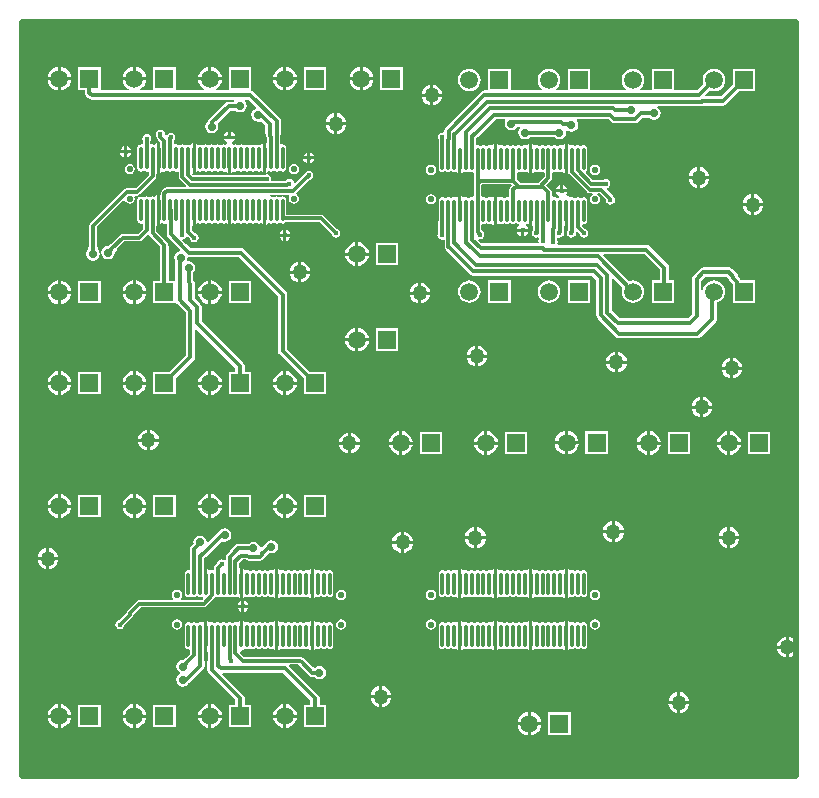
<source format=gbl>
G04*
G04 #@! TF.GenerationSoftware,Altium Limited,Altium Designer,21.7.1 (17)*
G04*
G04 Layer_Physical_Order=2*
G04 Layer_Color=16711680*
%FSLAX25Y25*%
%MOIN*%
G70*
G04*
G04 #@! TF.SameCoordinates,7C3BC35F-E18A-483C-85EC-813A21A3F68C*
G04*
G04*
G04 #@! TF.FilePolarity,Positive*
G04*
G01*
G75*
%ADD11C,0.01968*%
%ADD19C,0.01400*%
%ADD20C,0.01181*%
%ADD21C,0.05906*%
%ADD22R,0.05906X0.05906*%
%ADD23C,0.02165*%
%ADD24C,0.01772*%
%ADD25C,0.02756*%
%ADD26C,0.05000*%
%ADD27O,0.01102X0.07874*%
G36*
X218500Y-142883D02*
X218026Y-143043D01*
X217996Y-143004D01*
X217265Y-142443D01*
X216414Y-142090D01*
X216000Y-142036D01*
Y-145500D01*
Y-148964D01*
X216414Y-148910D01*
X217265Y-148557D01*
X217996Y-147996D01*
X218026Y-147957D01*
X218500Y-148117D01*
Y-188500D01*
X-39500D01*
X-39500Y63000D01*
X218500Y63000D01*
X218500Y-142883D01*
D02*
G37*
%LPC*%
G36*
X74000Y47921D02*
Y44500D01*
X77421D01*
X77351Y45032D01*
X76953Y45993D01*
X76319Y46819D01*
X75493Y47453D01*
X74532Y47851D01*
X74000Y47921D01*
D02*
G37*
G36*
X73000D02*
X72468Y47851D01*
X71507Y47453D01*
X70681Y46819D01*
X70047Y45993D01*
X69649Y45032D01*
X69579Y44500D01*
X73000D01*
Y47921D01*
D02*
G37*
G36*
X48500D02*
Y44500D01*
X51921D01*
X51851Y45032D01*
X51453Y45993D01*
X50819Y46819D01*
X49993Y47453D01*
X49032Y47851D01*
X48500Y47921D01*
D02*
G37*
G36*
X47500D02*
X46968Y47851D01*
X46007Y47453D01*
X45181Y46819D01*
X44547Y45993D01*
X44149Y45032D01*
X44079Y44500D01*
X47500D01*
Y47921D01*
D02*
G37*
G36*
X23500D02*
Y44500D01*
X26921D01*
X26851Y45032D01*
X26453Y45993D01*
X25819Y46819D01*
X24993Y47453D01*
X24032Y47851D01*
X23500Y47921D01*
D02*
G37*
G36*
X22500D02*
X21968Y47851D01*
X21007Y47453D01*
X20181Y46819D01*
X19547Y45993D01*
X19149Y45032D01*
X19079Y44500D01*
X22500D01*
Y47921D01*
D02*
G37*
G36*
X-1665D02*
Y44500D01*
X1756D01*
X1686Y45032D01*
X1287Y45993D01*
X654Y46819D01*
X-172Y47453D01*
X-1134Y47851D01*
X-1665Y47921D01*
D02*
G37*
G36*
X-2665D02*
X-3197Y47851D01*
X-4159Y47453D01*
X-4984Y46819D01*
X-5618Y45993D01*
X-6016Y45032D01*
X-6086Y44500D01*
X-2665D01*
Y47921D01*
D02*
G37*
G36*
X-26724D02*
Y44500D01*
X-23303D01*
X-23373Y45032D01*
X-23772Y45993D01*
X-24405Y46819D01*
X-25231Y47453D01*
X-26193Y47851D01*
X-26724Y47921D01*
D02*
G37*
G36*
X-27724D02*
X-28256Y47851D01*
X-29218Y47453D01*
X-30044Y46819D01*
X-30677Y45993D01*
X-31075Y45032D01*
X-31145Y44500D01*
X-27724D01*
Y47921D01*
D02*
G37*
G36*
X87253Y47753D02*
X79747D01*
Y40247D01*
X87253D01*
Y47753D01*
D02*
G37*
G36*
X61753D02*
X54247D01*
Y40247D01*
X61753D01*
Y47753D01*
D02*
G37*
G36*
X77421Y43500D02*
X74000D01*
Y40079D01*
X74532Y40149D01*
X75493Y40547D01*
X76319Y41181D01*
X76953Y42007D01*
X77351Y42968D01*
X77421Y43500D01*
D02*
G37*
G36*
X73000D02*
X69579D01*
X69649Y42968D01*
X70047Y42007D01*
X70681Y41181D01*
X71507Y40547D01*
X72468Y40149D01*
X73000Y40079D01*
Y43500D01*
D02*
G37*
G36*
X51921D02*
X48500D01*
Y40079D01*
X49032Y40149D01*
X49993Y40547D01*
X50819Y41181D01*
X51453Y42007D01*
X51851Y42968D01*
X51921Y43500D01*
D02*
G37*
G36*
X47500D02*
X44079D01*
X44149Y42968D01*
X44547Y42007D01*
X45181Y41181D01*
X46007Y40547D01*
X46968Y40149D01*
X47500Y40079D01*
Y43500D01*
D02*
G37*
G36*
X-23303D02*
X-26724D01*
Y40079D01*
X-26193Y40149D01*
X-25231Y40547D01*
X-24405Y41181D01*
X-23772Y42007D01*
X-23373Y42968D01*
X-23303Y43500D01*
D02*
G37*
G36*
X-27724D02*
X-31145D01*
X-31075Y42968D01*
X-30677Y42007D01*
X-30044Y41181D01*
X-29218Y40547D01*
X-28256Y40149D01*
X-27724Y40079D01*
Y43500D01*
D02*
G37*
G36*
X191000Y47285D02*
X190020Y47156D01*
X189107Y46778D01*
X188323Y46176D01*
X187722Y45393D01*
X187344Y44480D01*
X187215Y43500D01*
X187344Y42520D01*
X187494Y42157D01*
X185366Y40029D01*
X177753D01*
Y47253D01*
X170247D01*
Y40029D01*
X166463D01*
X166293Y40529D01*
X166676Y40824D01*
X167278Y41607D01*
X167656Y42520D01*
X167785Y43500D01*
X167656Y44480D01*
X167278Y45393D01*
X166676Y46176D01*
X165893Y46778D01*
X164980Y47156D01*
X164000Y47285D01*
X163020Y47156D01*
X162107Y46778D01*
X161323Y46176D01*
X160722Y45393D01*
X160344Y44480D01*
X160215Y43500D01*
X160344Y42520D01*
X160722Y41607D01*
X161323Y40824D01*
X161707Y40529D01*
X161537Y40029D01*
X149800D01*
Y47253D01*
X142295D01*
Y40029D01*
X138510D01*
X138340Y40529D01*
X138724Y40824D01*
X139325Y41607D01*
X139703Y42520D01*
X139832Y43500D01*
X139703Y44480D01*
X139325Y45393D01*
X138724Y46176D01*
X137940Y46778D01*
X137027Y47156D01*
X136047Y47285D01*
X135068Y47156D01*
X134155Y46778D01*
X133371Y46176D01*
X132769Y45393D01*
X132391Y44480D01*
X132262Y43500D01*
X132391Y42520D01*
X132769Y41607D01*
X133371Y40824D01*
X133754Y40529D01*
X133584Y40029D01*
X123253D01*
Y47253D01*
X115747D01*
Y40029D01*
X114500D01*
X113915Y39913D01*
X113419Y39581D01*
X101595Y27758D01*
X101263Y27262D01*
X101147Y26676D01*
Y26388D01*
X100657Y25975D01*
X100500Y26007D01*
X99924Y25892D01*
X99436Y25566D01*
X99109Y25077D01*
X98995Y24501D01*
X99109Y23925D01*
X99190Y23805D01*
Y17323D01*
X99230Y17121D01*
Y13937D01*
X99318Y13491D01*
X99571Y13114D01*
X99948Y12862D01*
X100394Y12773D01*
X100839Y12862D01*
X101217Y13114D01*
X101539D01*
X101917Y12862D01*
X102362Y12773D01*
X102808Y12862D01*
X103185Y13114D01*
X103508D01*
X103885Y12862D01*
X104331Y12773D01*
X104776Y12862D01*
X104820Y12890D01*
X105181Y12819D01*
X105694Y12476D01*
X105799Y12455D01*
Y17323D01*
X106799D01*
Y12455D01*
X106904Y12476D01*
X107418Y12819D01*
X107779Y12890D01*
X107822Y12862D01*
X108268Y12773D01*
X108713Y12862D01*
X109091Y13114D01*
X109413D01*
X109791Y12862D01*
X110236Y12773D01*
X110501Y12825D01*
X111001Y12519D01*
Y9000D01*
X111001Y9000D01*
X111001Y9000D01*
Y4804D01*
X110501Y4497D01*
X110236Y4550D01*
X109791Y4461D01*
X109413Y4209D01*
X109091D01*
X108713Y4461D01*
X108268Y4550D01*
X107822Y4461D01*
X107779Y4432D01*
X107418Y4504D01*
X106904Y4847D01*
X106799Y4868D01*
Y-0D01*
X105799D01*
Y4868D01*
X105694Y4847D01*
X105181Y4504D01*
X104820Y4432D01*
X104776Y4461D01*
X104331Y4550D01*
X103885Y4461D01*
X103508Y4209D01*
X103185D01*
X102808Y4461D01*
X102362Y4550D01*
X101917Y4461D01*
X101539Y4209D01*
X101217D01*
X100839Y4461D01*
X100394Y4550D01*
X99948Y4461D01*
X99571Y4209D01*
X99318Y3831D01*
X99230Y3386D01*
Y202D01*
X99190Y0D01*
Y-3192D01*
X99159Y-3347D01*
Y-7342D01*
X98941Y-7667D01*
X98827Y-8243D01*
X98941Y-8819D01*
X99268Y-9307D01*
X99756Y-9634D01*
X100332Y-9748D01*
X100807Y-9654D01*
X101307Y-9923D01*
Y-12011D01*
X101307Y-12011D01*
X101399Y-12472D01*
X101493Y-12614D01*
X101587Y-13085D01*
X101919Y-13581D01*
X109619Y-21281D01*
X110115Y-21613D01*
X110700Y-21729D01*
X150344D01*
X151771Y-23156D01*
Y-34911D01*
X151887Y-35497D01*
X152219Y-35993D01*
X158307Y-42081D01*
X158803Y-42413D01*
X159389Y-42529D01*
X185500D01*
X186085Y-42413D01*
X186581Y-42081D01*
X191581Y-37081D01*
X191913Y-36585D01*
X192029Y-36000D01*
Y-30636D01*
X192893Y-30278D01*
X193676Y-29676D01*
X194278Y-28893D01*
X194656Y-27980D01*
X194785Y-27000D01*
X194656Y-26020D01*
X194278Y-25107D01*
X193676Y-24324D01*
X192893Y-23722D01*
X191980Y-23344D01*
X191000Y-23215D01*
X190020Y-23344D01*
X189107Y-23722D01*
X188323Y-24324D01*
X187722Y-25107D01*
X187344Y-26020D01*
X187279Y-26510D01*
X186779Y-26477D01*
Y-23383D01*
X188134Y-22029D01*
X195367D01*
X196004Y-22667D01*
X196087Y-23085D01*
X196419Y-23581D01*
X197218Y-24381D01*
Y-24747D01*
X197247Y-24895D01*
Y-30753D01*
X204753D01*
Y-23247D01*
X200177D01*
X200160Y-23162D01*
X199829Y-22666D01*
X198996Y-21833D01*
X198913Y-21415D01*
X198581Y-20919D01*
X197081Y-19419D01*
X196585Y-19087D01*
X196000Y-18971D01*
X187500D01*
X186915Y-19087D01*
X186419Y-19419D01*
X184169Y-21669D01*
X183837Y-22165D01*
X183721Y-22750D01*
Y-34617D01*
X182367Y-35971D01*
X159634D01*
X157029Y-33367D01*
Y-22846D01*
X157491Y-22654D01*
X160494Y-25657D01*
X160344Y-26020D01*
X160215Y-27000D01*
X160344Y-27980D01*
X160722Y-28893D01*
X161323Y-29676D01*
X162107Y-30278D01*
X163020Y-30656D01*
X164000Y-30785D01*
X164980Y-30656D01*
X165893Y-30278D01*
X166676Y-29676D01*
X167278Y-28893D01*
X167656Y-27980D01*
X167785Y-27000D01*
X167656Y-26020D01*
X167278Y-25107D01*
X166676Y-24324D01*
X165893Y-23722D01*
X164980Y-23344D01*
X164000Y-23215D01*
X163020Y-23344D01*
X162657Y-23494D01*
X154154Y-14991D01*
X154346Y-14529D01*
X167867D01*
X172971Y-19634D01*
Y-23247D01*
X170247D01*
Y-30753D01*
X177753D01*
Y-23247D01*
X176029D01*
Y-19000D01*
X175913Y-18415D01*
X175581Y-17919D01*
X169581Y-11919D01*
X169085Y-11587D01*
X168500Y-11471D01*
X139116D01*
X138845Y-10971D01*
X138938Y-10500D01*
X138824Y-9924D01*
X138685Y-9716D01*
X138755Y-9233D01*
X139181Y-8942D01*
X139500Y-9005D01*
X140076Y-8891D01*
X140564Y-8564D01*
X140891Y-8076D01*
X141005Y-7500D01*
X140945Y-7194D01*
X140968Y-7076D01*
Y-5296D01*
X141232Y-5095D01*
Y-0D01*
X142232D01*
Y-5095D01*
X142497Y-5296D01*
Y-6395D01*
X142436Y-6436D01*
X142109Y-6924D01*
X141995Y-7500D01*
X142109Y-8076D01*
X142436Y-8564D01*
X142924Y-8891D01*
X143500Y-9005D01*
X144076Y-8891D01*
X144564Y-8564D01*
X144891Y-8076D01*
X145005Y-7500D01*
X144950Y-7222D01*
X145411Y-6976D01*
X146182Y-7747D01*
X146247Y-8076D01*
X146573Y-8564D01*
X147062Y-8891D01*
X147638Y-9005D01*
X148214Y-8891D01*
X148702Y-8564D01*
X149029Y-8076D01*
X149143Y-7500D01*
X149029Y-6924D01*
X148702Y-6436D01*
X148214Y-6109D01*
X147885Y-6044D01*
X147080Y-5239D01*
X147115Y-4880D01*
X147590Y-4540D01*
X147638Y-4550D01*
X148083Y-4461D01*
X148461Y-4209D01*
X148713Y-3831D01*
X148802Y-3386D01*
Y3386D01*
X148713Y3831D01*
X148461Y4209D01*
X148083Y4461D01*
X147638Y4550D01*
X147192Y4461D01*
X147008Y4338D01*
X146653Y4249D01*
X146300Y4338D01*
X146115Y4461D01*
X145669Y4550D01*
X145224Y4461D01*
X145039Y4338D01*
X144685Y4249D01*
X144331Y4338D01*
X144146Y4461D01*
X143701Y4550D01*
X143255Y4461D01*
X143212Y4432D01*
X142851Y4504D01*
X142338Y4847D01*
X141925Y4929D01*
X141700Y5399D01*
X141697Y5446D01*
X141976Y5864D01*
X142023Y6100D01*
X138377D01*
X138424Y5864D01*
X138840Y5240D01*
X139261Y4960D01*
X139282Y4774D01*
X139226Y4400D01*
X138941Y4209D01*
X138618D01*
X138241Y4461D01*
X137795Y4550D01*
X137531Y4497D01*
X137031Y4804D01*
Y6032D01*
X137031Y6032D01*
X136939Y6492D01*
X136678Y6883D01*
X135132Y8429D01*
X136678Y9975D01*
X136678Y9975D01*
X136939Y10366D01*
X137031Y10827D01*
X137031Y10827D01*
Y12519D01*
X137531Y12825D01*
X137795Y12773D01*
X138241Y12862D01*
X138618Y13114D01*
X138941D01*
X139318Y12862D01*
X139764Y12773D01*
X140209Y12862D01*
X140253Y12890D01*
X140614Y12819D01*
X141127Y12476D01*
X141232Y12455D01*
Y17323D01*
Y22191D01*
X141127Y22170D01*
X140614Y21827D01*
X140253Y21755D01*
X140209Y21784D01*
X139764Y21873D01*
X139318Y21784D01*
X138941Y21532D01*
X138618D01*
X138241Y21784D01*
X137795Y21873D01*
X137350Y21784D01*
X137165Y21661D01*
X136811Y21572D01*
X136457Y21661D01*
X136272Y21784D01*
X135827Y21873D01*
X135381Y21784D01*
X135004Y21532D01*
X134681D01*
X134304Y21784D01*
X133858Y21873D01*
X133413Y21784D01*
X133035Y21532D01*
X132713D01*
X132335Y21784D01*
X131890Y21873D01*
X131444Y21784D01*
X131401Y21755D01*
X131040Y21827D01*
X130526Y22170D01*
X130421Y22191D01*
Y17323D01*
Y12455D01*
X130526Y12476D01*
X131040Y12819D01*
X131401Y12890D01*
X131444Y12862D01*
X131890Y12773D01*
X132335Y12862D01*
X132713Y13114D01*
X133035D01*
X133413Y12862D01*
X133858Y12773D01*
X134123Y12825D01*
X134623Y12519D01*
Y11326D01*
X132501Y9204D01*
X126483D01*
X125220Y10467D01*
Y12519D01*
X125720Y12825D01*
X125984Y12773D01*
X126430Y12862D01*
X126807Y13114D01*
X127130D01*
X127507Y12862D01*
X127953Y12773D01*
X128398Y12862D01*
X128442Y12890D01*
X128803Y12819D01*
X129316Y12476D01*
X129421Y12455D01*
Y17323D01*
Y22191D01*
X129316Y22170D01*
X128803Y21827D01*
X128442Y21755D01*
X128398Y21784D01*
X127953Y21873D01*
X127507Y21784D01*
X127130Y21532D01*
X126807D01*
X126430Y21784D01*
X125984Y21873D01*
X125539Y21784D01*
X125161Y21532D01*
X124839D01*
X124461Y21784D01*
X124016Y21873D01*
X123570Y21784D01*
X123193Y21532D01*
X122870D01*
X122493Y21784D01*
X122047Y21873D01*
X121602Y21784D01*
X121224Y21532D01*
X120902D01*
X120524Y21784D01*
X120079Y21873D01*
X119633Y21784D01*
X119590Y21755D01*
X119229Y21827D01*
X118716Y22170D01*
X118610Y22191D01*
Y17323D01*
X117610D01*
Y22191D01*
X117505Y22170D01*
X116992Y21827D01*
X116631Y21755D01*
X116587Y21784D01*
X116142Y21873D01*
X115696Y21784D01*
X115319Y21532D01*
X114996D01*
X114619Y21784D01*
X114173Y21873D01*
X113728Y21784D01*
X113350Y21532D01*
X113028D01*
X112650Y21784D01*
X112205Y21873D01*
X112089Y21850D01*
X111589Y22226D01*
Y24213D01*
X111890Y24514D01*
X112259Y24587D01*
X112755Y24919D01*
X118207Y30371D01*
X121266D01*
X121502Y29930D01*
X121448Y29850D01*
X121279Y29000D01*
X121448Y28150D01*
X121930Y27430D01*
X122650Y26948D01*
X123500Y26779D01*
X124350Y26948D01*
X125070Y27430D01*
X125432Y27971D01*
X126198D01*
X126363Y27471D01*
X125948Y26850D01*
X125779Y26000D01*
X125948Y25150D01*
X126430Y24430D01*
X127150Y23948D01*
X128000Y23779D01*
X128850Y23948D01*
X129570Y24430D01*
X129597Y24471D01*
X137902D01*
X137930Y24430D01*
X138650Y23948D01*
X139500Y23779D01*
X140350Y23948D01*
X141070Y24430D01*
X141552Y25150D01*
X141721Y26000D01*
X141604Y26586D01*
X142063Y26841D01*
X142650Y26448D01*
X143500Y26279D01*
X144350Y26448D01*
X145070Y26930D01*
X145552Y27650D01*
X145721Y28500D01*
X145552Y29350D01*
X145204Y29871D01*
X145452Y30371D01*
X155855D01*
X156763Y29463D01*
X157259Y29131D01*
X157845Y29015D01*
X164692D01*
X165277Y29131D01*
X165773Y29463D01*
X167203Y30893D01*
X169403D01*
X169430Y30852D01*
X170150Y30370D01*
X171000Y30201D01*
X171850Y30370D01*
X172570Y30852D01*
X173052Y31572D01*
X173221Y32422D01*
X173052Y33272D01*
X172570Y33992D01*
X172154Y34271D01*
X172305Y34771D01*
X186911D01*
X187496Y34887D01*
X187622Y34971D01*
X194000D01*
X194585Y35087D01*
X195081Y35419D01*
X199410Y39747D01*
X204753D01*
Y47253D01*
X197247D01*
Y41910D01*
X193367Y38029D01*
X188346D01*
X188154Y38491D01*
X189657Y39994D01*
X190020Y39844D01*
X191000Y39715D01*
X191980Y39844D01*
X192893Y40222D01*
X193676Y40824D01*
X194278Y41607D01*
X194656Y42520D01*
X194785Y43500D01*
X194656Y44480D01*
X194278Y45393D01*
X193676Y46176D01*
X192893Y46778D01*
X191980Y47156D01*
X191000Y47285D01*
D02*
G37*
G36*
X36753Y47753D02*
X29247D01*
Y40529D01*
X29247Y40247D01*
X28837Y40029D01*
X25050D01*
X24950Y40529D01*
X24993Y40547D01*
X25819Y41181D01*
X26453Y42007D01*
X26851Y42968D01*
X26921Y43500D01*
X19079D01*
X19149Y42968D01*
X19547Y42007D01*
X20181Y41181D01*
X21007Y40547D01*
X21050Y40529D01*
X20950Y40029D01*
X11997D01*
X11587Y40247D01*
X11587Y40529D01*
Y47753D01*
X4082D01*
Y40529D01*
X4082Y40247D01*
X3672Y40029D01*
X-116D01*
X-215Y40529D01*
X-172Y40547D01*
X654Y41181D01*
X1287Y42007D01*
X1686Y42968D01*
X1756Y43500D01*
X-6086D01*
X-6016Y42968D01*
X-5618Y42007D01*
X-4984Y41181D01*
X-4159Y40547D01*
X-4116Y40529D01*
X-4215Y40029D01*
X-13062D01*
X-13472Y40247D01*
Y47753D01*
X-20977D01*
Y40247D01*
X-18754D01*
Y39320D01*
X-18637Y38735D01*
X-18306Y38239D01*
X-17486Y37419D01*
X-16990Y37087D01*
X-16404Y36971D01*
X30900D01*
X31152Y36471D01*
X30981Y36238D01*
X29208D01*
X28623Y36121D01*
X28127Y35790D01*
X22765Y30428D01*
X22433Y29931D01*
X22396Y29746D01*
X22016Y29492D01*
X21535Y28772D01*
X21366Y27922D01*
X21535Y27072D01*
X22016Y26352D01*
X22737Y25870D01*
X23587Y25701D01*
X24436Y25870D01*
X25157Y26352D01*
X25638Y27072D01*
X25807Y27922D01*
X25638Y28772D01*
X25557Y28894D01*
X29842Y33179D01*
X31757D01*
X32150Y32916D01*
X33000Y32747D01*
X33850Y32916D01*
X34570Y33397D01*
X35052Y34118D01*
X35221Y34968D01*
X35052Y35817D01*
X34615Y36471D01*
X34754Y36971D01*
X35866D01*
X38416Y34422D01*
X38270Y33943D01*
X38202Y33930D01*
X37482Y33448D01*
X37000Y32728D01*
X36831Y31878D01*
X37000Y31028D01*
X37482Y30308D01*
X38202Y29826D01*
X39052Y29657D01*
X39900Y29826D01*
X41511Y28215D01*
Y26000D01*
X41627Y25415D01*
X41836Y25102D01*
Y24742D01*
X41836Y24742D01*
X41928Y24281D01*
X42067Y24072D01*
Y22812D01*
X41803Y22610D01*
Y17516D01*
Y12648D01*
X41908Y12669D01*
X42421Y13012D01*
X42783Y13083D01*
X42826Y13054D01*
X43272Y12966D01*
X43717Y13054D01*
X44095Y13307D01*
X44417D01*
X44795Y13054D01*
X45240Y12966D01*
X45686Y13054D01*
X46063Y13307D01*
X46385D01*
X46763Y13054D01*
X47209Y12966D01*
X47654Y13054D01*
X48032Y13307D01*
X48284Y13684D01*
X48373Y14130D01*
Y20902D01*
X48284Y21347D01*
X48032Y21725D01*
X47654Y21977D01*
X47209Y22066D01*
X46944Y22013D01*
X46444Y22320D01*
Y25102D01*
X46653Y25415D01*
X46769Y26000D01*
Y29760D01*
X46653Y30345D01*
X46322Y30841D01*
X37581Y39581D01*
X37085Y39913D01*
X36753Y40247D01*
X36753Y40489D01*
Y47753D01*
D02*
G37*
G36*
X109500Y47285D02*
X108520Y47156D01*
X107607Y46778D01*
X106824Y46176D01*
X106222Y45393D01*
X105844Y44480D01*
X105715Y43500D01*
X105844Y42520D01*
X106222Y41607D01*
X106824Y40824D01*
X107607Y40222D01*
X108520Y39844D01*
X109500Y39715D01*
X110480Y39844D01*
X111393Y40222D01*
X112177Y40824D01*
X112778Y41607D01*
X113156Y42520D01*
X113285Y43500D01*
X113156Y44480D01*
X112778Y45393D01*
X112177Y46176D01*
X111393Y46778D01*
X110480Y47156D01*
X109500Y47285D01*
D02*
G37*
G36*
X97500Y41964D02*
Y39000D01*
X100464D01*
X100410Y39414D01*
X100057Y40265D01*
X99496Y40996D01*
X98765Y41557D01*
X97914Y41910D01*
X97500Y41964D01*
D02*
G37*
G36*
X96500D02*
X96086Y41910D01*
X95235Y41557D01*
X94504Y40996D01*
X93943Y40265D01*
X93590Y39414D01*
X93536Y39000D01*
X96500D01*
Y41964D01*
D02*
G37*
G36*
X100464Y38000D02*
X97500D01*
Y35036D01*
X97914Y35090D01*
X98765Y35443D01*
X99496Y36004D01*
X100057Y36735D01*
X100410Y37586D01*
X100464Y38000D01*
D02*
G37*
G36*
X96500D02*
X93536D01*
X93590Y37586D01*
X93943Y36735D01*
X94504Y36004D01*
X95235Y35443D01*
X96086Y35090D01*
X96500Y35036D01*
Y38000D01*
D02*
G37*
G36*
X65500Y32464D02*
Y29500D01*
X68464D01*
X68410Y29914D01*
X68057Y30765D01*
X67496Y31496D01*
X66765Y32057D01*
X65914Y32410D01*
X65500Y32464D01*
D02*
G37*
G36*
X64500D02*
X64086Y32410D01*
X63235Y32057D01*
X62504Y31496D01*
X61943Y30765D01*
X61590Y29914D01*
X61536Y29500D01*
X64500D01*
Y32464D01*
D02*
G37*
G36*
X68464Y28500D02*
X65500D01*
Y25536D01*
X65914Y25590D01*
X66765Y25943D01*
X67496Y26504D01*
X68057Y27235D01*
X68410Y28086D01*
X68464Y28500D01*
D02*
G37*
G36*
X64500D02*
X61536D01*
X61590Y28086D01*
X61943Y27235D01*
X62504Y26504D01*
X63235Y25943D01*
X64086Y25590D01*
X64500Y25536D01*
Y28500D01*
D02*
G37*
G36*
X29992Y26325D02*
Y25001D01*
X31315D01*
X31269Y25237D01*
X30852Y25861D01*
X30228Y26278D01*
X29992Y26325D01*
D02*
G37*
G36*
X28992D02*
X28756Y26278D01*
X28133Y25861D01*
X27716Y25237D01*
X27669Y25001D01*
X28992D01*
Y26325D01*
D02*
G37*
G36*
X1933Y25505D02*
X1357Y25391D01*
X869Y25064D01*
X542Y24576D01*
X428Y24000D01*
X542Y23424D01*
X729Y23145D01*
Y22320D01*
X229Y22013D01*
X-35Y22066D01*
X-481Y21977D01*
X-859Y21725D01*
X-1111Y21347D01*
X-1199Y20902D01*
Y14130D01*
X-1111Y13684D01*
X-859Y13307D01*
X-481Y13054D01*
X-35Y12966D01*
X410Y13054D01*
X788Y13307D01*
X1110D01*
X1488Y13054D01*
X1933Y12966D01*
X2158Y13011D01*
X2658Y12686D01*
Y11861D01*
X-1802Y7401D01*
X-4713D01*
X-5174Y7309D01*
X-5565Y7048D01*
X-16851Y-4238D01*
X-17113Y-4629D01*
X-17204Y-5090D01*
X-17204Y-5090D01*
Y-11602D01*
X-17413Y-11915D01*
X-17529Y-12500D01*
Y-12902D01*
X-17570Y-12930D01*
X-18052Y-13650D01*
X-18221Y-14500D01*
X-18052Y-15350D01*
X-17570Y-16070D01*
X-16850Y-16552D01*
X-16000Y-16721D01*
X-15150Y-16552D01*
X-14430Y-16070D01*
X-13948Y-15350D01*
X-13779Y-14500D01*
X-13948Y-13650D01*
X-14430Y-12930D01*
X-14471Y-12902D01*
Y-12500D01*
X-14587Y-11915D01*
X-14796Y-11602D01*
Y-5589D01*
X-5840Y3367D01*
X-5299Y3201D01*
X-4982Y2727D01*
X-4428Y2357D01*
X-3776Y2227D01*
X-3123Y2357D01*
X-2569Y2727D01*
X-2199Y3280D01*
X-2070Y3933D01*
X-2181Y4493D01*
X-1916Y4993D01*
X-1303D01*
X-1303Y4993D01*
X-842Y5084D01*
X-452Y5345D01*
X4714Y10511D01*
X4714Y10511D01*
X4975Y10901D01*
X5066Y11362D01*
Y12246D01*
X5370Y12466D01*
Y17516D01*
Y22384D01*
X5265Y22363D01*
X4752Y22020D01*
X4391Y21948D01*
X4347Y21977D01*
X3902Y22066D01*
X3637Y22013D01*
X3137Y22320D01*
Y23145D01*
X3324Y23424D01*
X3438Y24000D01*
X3324Y24576D01*
X2998Y25064D01*
X2509Y25391D01*
X1933Y25505D01*
D02*
G37*
G36*
X31315Y24001D02*
X27669D01*
X27716Y23765D01*
X28133Y23142D01*
X28661Y22789D01*
X28712Y22407D01*
X28687Y22229D01*
X28374Y22020D01*
X28012Y21948D01*
X27969Y21977D01*
X27524Y22066D01*
X27078Y21977D01*
X26700Y21725D01*
X26378D01*
X26001Y21977D01*
X25555Y22066D01*
X25110Y21977D01*
X24732Y21725D01*
X24410D01*
X24032Y21977D01*
X23587Y22066D01*
X23141Y21977D01*
X22763Y21725D01*
X22441D01*
X22064Y21977D01*
X21618Y22066D01*
X21173Y21977D01*
X20795Y21725D01*
X20473D01*
X20095Y21977D01*
X19650Y22066D01*
X19204Y21977D01*
X19161Y21948D01*
X18799Y22020D01*
X18286Y22363D01*
X18181Y22384D01*
Y17516D01*
Y12648D01*
X18286Y12669D01*
X18799Y13012D01*
X19161Y13083D01*
X19204Y13054D01*
X19650Y12966D01*
X20095Y13054D01*
X20473Y13307D01*
X20795D01*
X21173Y13054D01*
X21618Y12966D01*
X22064Y13054D01*
X22441Y13307D01*
X22763D01*
X23141Y13054D01*
X23587Y12966D01*
X24032Y13054D01*
X24410Y13307D01*
X24732D01*
X25110Y13054D01*
X25555Y12966D01*
X26001Y13054D01*
X26378Y13307D01*
X26700D01*
X27078Y13054D01*
X27524Y12966D01*
X27969Y13054D01*
X28012Y13083D01*
X28374Y13012D01*
X28887Y12669D01*
X28992Y12648D01*
Y17516D01*
X29992D01*
Y12648D01*
X30097Y12669D01*
X30610Y13012D01*
X30972Y13083D01*
X31015Y13054D01*
X31461Y12966D01*
X31906Y13054D01*
X32284Y13307D01*
X32606D01*
X32984Y13054D01*
X33429Y12966D01*
X33875Y13054D01*
X34252Y13307D01*
X34574D01*
X34952Y13054D01*
X35398Y12966D01*
X35843Y13054D01*
X36221Y13307D01*
X36543D01*
X36921Y13054D01*
X37366Y12966D01*
X37812Y13054D01*
X38189Y13307D01*
X38511D01*
X38889Y13054D01*
X39335Y12966D01*
X39780Y13054D01*
X39823Y13083D01*
X40185Y13012D01*
X40698Y12669D01*
X40803Y12648D01*
Y17516D01*
Y22384D01*
X40698Y22363D01*
X40185Y22020D01*
X39823Y21948D01*
X39780Y21977D01*
X39335Y22066D01*
X38889Y21977D01*
X38511Y21725D01*
X38189D01*
X37812Y21977D01*
X37366Y22066D01*
X36921Y21977D01*
X36543Y21725D01*
X36221D01*
X35843Y21977D01*
X35398Y22066D01*
X34952Y21977D01*
X34574Y21725D01*
X34252D01*
X33875Y21977D01*
X33429Y22066D01*
X32984Y21977D01*
X32606Y21725D01*
X32284D01*
X31906Y21977D01*
X31461Y22066D01*
X31015Y21977D01*
X30972Y21948D01*
X30610Y22020D01*
X30298Y22229D01*
X30273Y22407D01*
X30323Y22789D01*
X30852Y23142D01*
X31269Y23765D01*
X31315Y24001D01*
D02*
G37*
G36*
X-4600Y21423D02*
Y20100D01*
X-3277D01*
X-3324Y20336D01*
X-3740Y20960D01*
X-4364Y21376D01*
X-4600Y21423D01*
D02*
G37*
G36*
X-5600D02*
X-5836Y21376D01*
X-6460Y20960D01*
X-6876Y20336D01*
X-6923Y20100D01*
X-5600D01*
Y21423D01*
D02*
G37*
G36*
X56431Y19339D02*
Y18016D01*
X57755D01*
X57708Y18252D01*
X57291Y18875D01*
X56667Y19292D01*
X56431Y19339D01*
D02*
G37*
G36*
X55431D02*
X55195Y19292D01*
X54572Y18875D01*
X54155Y18252D01*
X54108Y18016D01*
X55431D01*
Y19339D01*
D02*
G37*
G36*
X-3277Y19100D02*
X-4600D01*
Y17777D01*
X-4364Y17824D01*
X-3740Y18240D01*
X-3324Y18864D01*
X-3277Y19100D01*
D02*
G37*
G36*
X-5600D02*
X-6923D01*
X-6876Y18864D01*
X-6460Y18240D01*
X-5836Y17824D01*
X-5600Y17777D01*
Y19100D01*
D02*
G37*
G36*
X57755Y17016D02*
X56431D01*
Y15692D01*
X56667Y15739D01*
X57291Y16156D01*
X57708Y16780D01*
X57755Y17016D01*
D02*
G37*
G36*
X55431D02*
X54108D01*
X54155Y16780D01*
X54572Y16156D01*
X55195Y15739D01*
X55431Y15692D01*
Y17016D01*
D02*
G37*
G36*
X50949Y15482D02*
X50296Y15352D01*
X49742Y14982D01*
X49373Y14428D01*
X49243Y13776D01*
X49373Y13123D01*
X49742Y12569D01*
X50296Y12200D01*
X50949Y12070D01*
X51602Y12200D01*
X52155Y12569D01*
X52525Y13123D01*
X52655Y13776D01*
X52525Y14428D01*
X52155Y14982D01*
X51602Y15352D01*
X50949Y15482D01*
D02*
G37*
G36*
X-3776D02*
X-4428Y15352D01*
X-4982Y14982D01*
X-5352Y14428D01*
X-5482Y13776D01*
X-5352Y13123D01*
X-4982Y12569D01*
X-4428Y12200D01*
X-3776Y12070D01*
X-3123Y12200D01*
X-2569Y12569D01*
X-2199Y13123D01*
X-2070Y13776D01*
X-2199Y14428D01*
X-2569Y14982D01*
X-3123Y15352D01*
X-3776Y15482D01*
D02*
G37*
G36*
X151378Y15289D02*
X150725Y15159D01*
X150172Y14789D01*
X149802Y14235D01*
X149672Y13583D01*
X149802Y12930D01*
X150172Y12376D01*
X150725Y12007D01*
X151378Y11877D01*
X152031Y12007D01*
X152584Y12376D01*
X152954Y12930D01*
X153084Y13583D01*
X152954Y14235D01*
X152584Y14789D01*
X152031Y15159D01*
X151378Y15289D01*
D02*
G37*
G36*
X96653D02*
X96001Y15159D01*
X95447Y14789D01*
X95077Y14235D01*
X94948Y13583D01*
X95077Y12930D01*
X95447Y12376D01*
X96001Y12007D01*
X96653Y11877D01*
X97306Y12007D01*
X97860Y12376D01*
X98230Y12930D01*
X98360Y13583D01*
X98230Y14235D01*
X97860Y14789D01*
X97306Y15159D01*
X96653Y15289D01*
D02*
G37*
G36*
X186500Y14464D02*
Y11500D01*
X189464D01*
X189410Y11914D01*
X189057Y12765D01*
X188496Y13496D01*
X187765Y14057D01*
X186914Y14410D01*
X186500Y14464D01*
D02*
G37*
G36*
X185500D02*
X185086Y14410D01*
X184235Y14057D01*
X183504Y13496D01*
X182943Y12765D01*
X182590Y11914D01*
X182536Y11500D01*
X185500D01*
Y14464D01*
D02*
G37*
G36*
X6500Y27005D02*
X5924Y26891D01*
X5436Y26564D01*
X5109Y26076D01*
X4995Y25500D01*
X5109Y24924D01*
X5296Y24645D01*
Y24500D01*
X5296Y24500D01*
X5387Y24039D01*
X5649Y23649D01*
X6412Y22885D01*
X6370Y22807D01*
Y17516D01*
Y12648D01*
X6475Y12669D01*
X6988Y13012D01*
X7350Y13083D01*
X7393Y13054D01*
X7839Y12966D01*
X8284Y13054D01*
X8662Y13307D01*
X8984D01*
X9362Y13054D01*
X9807Y12966D01*
X10253Y13054D01*
X10437Y13178D01*
X10791Y13266D01*
X11145Y13178D01*
X11330Y13054D01*
X11776Y12966D01*
X12040Y13018D01*
X12540Y12712D01*
Y11256D01*
X12540Y11256D01*
X12631Y10795D01*
X12893Y10404D01*
X15131Y8166D01*
X14940Y7704D01*
X8530D01*
X8530Y7704D01*
X8070Y7613D01*
X7679Y7351D01*
X7679Y7351D01*
X6987Y6660D01*
X6726Y6269D01*
X6634Y5808D01*
X6634Y5808D01*
Y5489D01*
X6370Y5288D01*
Y193D01*
Y-4675D01*
X6475Y-4654D01*
X6988Y-4311D01*
X7350Y-4239D01*
X7393Y-4268D01*
X7839Y-4357D01*
X8252Y-4275D01*
X8296Y-4276D01*
X8752Y-4557D01*
Y-7956D01*
X8752Y-7956D01*
X8843Y-8417D01*
X9104Y-8807D01*
X13014Y-12717D01*
X13075Y-13024D01*
X13065Y-13126D01*
X12820Y-13585D01*
X12438Y-13661D01*
X11717Y-14142D01*
X11236Y-14863D01*
X11067Y-15712D01*
X11236Y-16562D01*
X11499Y-16955D01*
Y-17788D01*
X11471Y-17930D01*
Y-23452D01*
X9364D01*
Y-12500D01*
X9248Y-11915D01*
X9039Y-11602D01*
Y-11465D01*
X8947Y-11004D01*
X8686Y-10613D01*
X5106Y-7033D01*
Y-5103D01*
X5370Y-4902D01*
Y193D01*
Y5061D01*
X5265Y5040D01*
X4752Y4697D01*
X4391Y4625D01*
X4347Y4654D01*
X3902Y4743D01*
X3456Y4654D01*
X3078Y4402D01*
X2756D01*
X2379Y4654D01*
X1933Y4743D01*
X1488Y4654D01*
X1110Y4402D01*
X788D01*
X410Y4654D01*
X-35Y4743D01*
X-481Y4654D01*
X-859Y4402D01*
X-1111Y4024D01*
X-1199Y3579D01*
Y-3193D01*
X-1111Y-3638D01*
X-859Y-4016D01*
X-481Y-4268D01*
X-35Y-4357D01*
X229Y-4304D01*
X729Y-4611D01*
Y-6001D01*
X-1066Y-7796D01*
X-6000D01*
X-6000Y-7796D01*
X-6461Y-7887D01*
X-6852Y-8149D01*
X-6852Y-8149D01*
X-9717Y-11014D01*
X-10085Y-11087D01*
X-10581Y-11419D01*
X-10952Y-11789D01*
X-11000Y-11779D01*
X-11850Y-11948D01*
X-12570Y-12430D01*
X-13052Y-13150D01*
X-13221Y-14000D01*
X-13052Y-14850D01*
X-12570Y-15570D01*
X-11850Y-16052D01*
X-11000Y-16221D01*
X-10150Y-16052D01*
X-9430Y-15570D01*
X-8948Y-14850D01*
X-8779Y-14000D01*
X-8789Y-13952D01*
X-8419Y-13581D01*
X-8087Y-13085D01*
X-8014Y-12717D01*
X-5501Y-10204D01*
X-567D01*
X-567Y-10204D01*
X-106Y-10113D01*
X285Y-9851D01*
X2257Y-7879D01*
X2757Y-7986D01*
X2814Y-8029D01*
X3050Y-8383D01*
X6486Y-11819D01*
X6422Y-11915D01*
X6305Y-12500D01*
Y-23452D01*
X4082D01*
Y-30957D01*
X11587D01*
X11587Y-30957D01*
X12045Y-31059D01*
X14971Y-33984D01*
Y-48201D01*
X9425Y-53747D01*
X4082D01*
Y-61253D01*
X11587D01*
Y-55910D01*
X17582Y-49916D01*
X17913Y-49420D01*
X18029Y-48835D01*
Y-39646D01*
X18491Y-39454D01*
X31471Y-52434D01*
Y-53747D01*
X29247D01*
Y-61253D01*
X36753D01*
Y-53747D01*
X34529D01*
Y-51800D01*
X34413Y-51215D01*
X34081Y-50719D01*
X20229Y-36867D01*
Y-32100D01*
X20113Y-31515D01*
X19781Y-31019D01*
X18029Y-29267D01*
Y-24500D01*
X17913Y-23915D01*
X17581Y-23419D01*
X17407Y-23245D01*
Y-20719D01*
X17448Y-20692D01*
X17930Y-19972D01*
X18099Y-19122D01*
X17930Y-18272D01*
X17448Y-17552D01*
X16728Y-17070D01*
X15878Y-16901D01*
X15689Y-16939D01*
X15506Y-16742D01*
X15352Y-16496D01*
X15464Y-15933D01*
X15940Y-15518D01*
X16000Y-15529D01*
X32611D01*
X45715Y-28633D01*
Y-46744D01*
X45831Y-47329D01*
X46163Y-47826D01*
X54247Y-55910D01*
Y-61253D01*
X61753D01*
Y-53747D01*
X56410D01*
X48774Y-46111D01*
Y-28000D01*
X48657Y-27415D01*
X48325Y-26919D01*
X34326Y-12919D01*
X33829Y-12587D01*
X33244Y-12471D01*
X16634D01*
X15582Y-11419D01*
X15085Y-11087D01*
X14717Y-11014D01*
X13690Y-9987D01*
X13703Y-9875D01*
X13887Y-9477D01*
X14320Y-9391D01*
X14808Y-9064D01*
X15020Y-8749D01*
X15597Y-8619D01*
X16225Y-9247D01*
X16290Y-9576D01*
X16617Y-10064D01*
X17105Y-10391D01*
X17681Y-10505D01*
X18257Y-10391D01*
X18745Y-10064D01*
X19072Y-9576D01*
X19186Y-9000D01*
X19072Y-8424D01*
X18745Y-7936D01*
X18257Y-7609D01*
X17928Y-7544D01*
X16917Y-6533D01*
Y-5103D01*
X17181Y-4902D01*
Y193D01*
X18181D01*
Y-4675D01*
X18286Y-4654D01*
X18799Y-4311D01*
X19161Y-4239D01*
X19204Y-4268D01*
X19650Y-4357D01*
X20095Y-4268D01*
X20280Y-4145D01*
X20634Y-4056D01*
X20988Y-4145D01*
X21173Y-4268D01*
X21618Y-4357D01*
X22064Y-4268D01*
X22248Y-4145D01*
X22602Y-4056D01*
X22956Y-4145D01*
X23141Y-4268D01*
X23587Y-4357D01*
X24032Y-4268D01*
X24217Y-4145D01*
X24571Y-4056D01*
X24925Y-4145D01*
X25110Y-4268D01*
X25555Y-4357D01*
X26001Y-4268D01*
X26185Y-4145D01*
X26539Y-4056D01*
X26893Y-4145D01*
X27078Y-4268D01*
X27524Y-4357D01*
X27969Y-4268D01*
X28012Y-4239D01*
X28374Y-4311D01*
X28887Y-4654D01*
X28992Y-4675D01*
Y193D01*
X29992D01*
Y-4675D01*
X30097Y-4654D01*
X30610Y-4311D01*
X30972Y-4239D01*
X31015Y-4268D01*
X31461Y-4357D01*
X31906Y-4268D01*
X32284Y-4016D01*
X32606D01*
X32984Y-4268D01*
X33429Y-4357D01*
X33875Y-4268D01*
X34252Y-4016D01*
X34574D01*
X34952Y-4268D01*
X35398Y-4357D01*
X35843Y-4268D01*
X36221Y-4016D01*
X36543D01*
X36921Y-4268D01*
X37366Y-4357D01*
X37812Y-4268D01*
X38189Y-4016D01*
X38511D01*
X38889Y-4268D01*
X39335Y-4357D01*
X39780Y-4268D01*
X39823Y-4239D01*
X40185Y-4311D01*
X40698Y-4654D01*
X40803Y-4675D01*
Y193D01*
X41803D01*
Y-4675D01*
X41908Y-4654D01*
X42421Y-4311D01*
X42783Y-4239D01*
X42826Y-4268D01*
X43272Y-4357D01*
X43717Y-4268D01*
X44095Y-4016D01*
X44417D01*
X44795Y-4268D01*
X45240Y-4357D01*
X45686Y-4268D01*
X46063Y-4016D01*
X46385D01*
X46763Y-4268D01*
X47209Y-4357D01*
X47654Y-4268D01*
X48032Y-4016D01*
X48172Y-3807D01*
X59604D01*
X63544Y-7747D01*
X63609Y-8076D01*
X63936Y-8564D01*
X64424Y-8891D01*
X65000Y-9005D01*
X65576Y-8891D01*
X66064Y-8564D01*
X66391Y-8076D01*
X66505Y-7500D01*
X66391Y-6924D01*
X66064Y-6436D01*
X65576Y-6109D01*
X65247Y-6044D01*
X60954Y-1751D01*
X60563Y-1490D01*
X60102Y-1398D01*
X60102Y-1398D01*
X48413D01*
Y193D01*
X48373Y395D01*
Y3579D01*
X48284Y4024D01*
X48032Y4402D01*
X47654Y4654D01*
X47209Y4743D01*
X46763Y4654D01*
X46385Y4402D01*
X46063D01*
X45686Y4654D01*
X45240Y4743D01*
X44795Y4654D01*
X44417Y4402D01*
X44095D01*
X43717Y4654D01*
X43272Y4743D01*
X42826Y4654D01*
X42783Y4625D01*
X42739Y4634D01*
X42630Y4796D01*
X42896Y5296D01*
X49246D01*
X49513Y4796D01*
X49373Y4586D01*
X49243Y3933D01*
X49373Y3280D01*
X49742Y2727D01*
X50296Y2357D01*
X50949Y2227D01*
X51602Y2357D01*
X52155Y2727D01*
X52525Y3280D01*
X52655Y3933D01*
X52525Y4586D01*
X52155Y5139D01*
X51863Y5334D01*
X51770Y5943D01*
X51773Y5951D01*
X55783Y9961D01*
X56097Y10023D01*
X56488Y10284D01*
X56637Y10508D01*
X56996Y10748D01*
X57322Y11236D01*
X57437Y11812D01*
X57322Y12388D01*
X56996Y12877D01*
X56507Y13203D01*
X55931Y13318D01*
X55355Y13203D01*
X54867Y12877D01*
X54541Y12388D01*
X54475Y12059D01*
X51491Y9075D01*
X50956Y9247D01*
X50891Y9576D01*
X50564Y10064D01*
X50076Y10391D01*
X49500Y10505D01*
X48924Y10391D01*
X48436Y10064D01*
X48195Y9704D01*
X43755D01*
X43433Y10204D01*
X43505Y10567D01*
X43391Y11143D01*
X43064Y11631D01*
X42576Y11958D01*
X42000Y12072D01*
X41424Y11958D01*
X41145Y11771D01*
X17437D01*
X17043Y12165D01*
X17181Y12423D01*
Y17516D01*
Y22384D01*
X17076Y22363D01*
X16563Y22020D01*
X16202Y21948D01*
X16158Y21977D01*
X15713Y22066D01*
X15267Y21977D01*
X14889Y21725D01*
X14567D01*
X14190Y21977D01*
X13744Y22066D01*
X13299Y21977D01*
X12921Y21725D01*
X12599D01*
X12221Y21977D01*
X11776Y22066D01*
X11511Y22013D01*
X11011Y22320D01*
Y23398D01*
X11070Y23437D01*
X11396Y23925D01*
X11511Y24501D01*
X11396Y25077D01*
X11070Y25566D01*
X10581Y25892D01*
X10005Y26007D01*
X9429Y25892D01*
X8941Y25566D01*
X8670Y25160D01*
X8298Y25045D01*
X8094Y25024D01*
X7941Y25175D01*
X8005Y25500D01*
X7891Y26076D01*
X7564Y26564D01*
X7076Y26891D01*
X6500Y27005D01*
D02*
G37*
G36*
X189464Y10500D02*
X186500D01*
Y7536D01*
X186914Y7590D01*
X187765Y7943D01*
X188496Y8504D01*
X189057Y9235D01*
X189410Y10086D01*
X189464Y10500D01*
D02*
G37*
G36*
X185500D02*
X182536D01*
X182590Y10086D01*
X182943Y9235D01*
X183504Y8504D01*
X184235Y7943D01*
X185086Y7590D01*
X185500Y7536D01*
Y10500D01*
D02*
G37*
G36*
X140700Y8423D02*
Y7100D01*
X142023D01*
X141976Y7336D01*
X141560Y7960D01*
X140936Y8376D01*
X140700Y8423D01*
D02*
G37*
G36*
X139700D02*
X139464Y8376D01*
X138840Y7960D01*
X138424Y7336D01*
X138377Y7100D01*
X139700D01*
Y8423D01*
D02*
G37*
G36*
X204500Y5464D02*
Y2500D01*
X207464D01*
X207410Y2914D01*
X207057Y3765D01*
X206496Y4496D01*
X205765Y5057D01*
X204914Y5410D01*
X204500Y5464D01*
D02*
G37*
G36*
X203500D02*
X203086Y5410D01*
X202235Y5057D01*
X201504Y4496D01*
X200943Y3765D01*
X200590Y2914D01*
X200536Y2500D01*
X203500D01*
Y5464D01*
D02*
G37*
G36*
X96653Y5446D02*
X96001Y5316D01*
X95447Y4947D01*
X95077Y4393D01*
X94948Y3740D01*
X95077Y3087D01*
X95447Y2534D01*
X96001Y2164D01*
X96653Y2034D01*
X97306Y2164D01*
X97860Y2534D01*
X98230Y3087D01*
X98360Y3740D01*
X98230Y4393D01*
X97860Y4947D01*
X97306Y5316D01*
X96653Y5446D01*
D02*
G37*
G36*
X142232Y22191D02*
Y17323D01*
Y12455D01*
X142338Y12476D01*
X142789Y12176D01*
X142889Y12028D01*
X148768Y6148D01*
X149159Y5887D01*
X149619Y5796D01*
X149619Y5796D01*
X150434D01*
X150700Y5332D01*
X150694Y5296D01*
X150172Y4947D01*
X149802Y4393D01*
X149672Y3740D01*
X149802Y3087D01*
X150172Y2534D01*
X150725Y2164D01*
X151378Y2034D01*
X152031Y2164D01*
X152584Y2534D01*
X152954Y3087D01*
X153084Y3740D01*
X152954Y4393D01*
X152584Y4947D01*
X152062Y5296D01*
X152056Y5332D01*
X152322Y5796D01*
X153001D01*
X155045Y3752D01*
X154995Y3500D01*
X155109Y2924D01*
X155436Y2436D01*
X155924Y2109D01*
X156500Y1995D01*
X157076Y2109D01*
X157564Y2436D01*
X157891Y2924D01*
X158005Y3500D01*
X157891Y4076D01*
X157564Y4564D01*
X157526Y4590D01*
X157352Y4851D01*
X155182Y7021D01*
X155347Y7564D01*
X155576Y7609D01*
X156064Y7936D01*
X156391Y8424D01*
X156505Y9000D01*
X156391Y9576D01*
X156064Y10064D01*
X155576Y10391D01*
X155000Y10505D01*
X154424Y10391D01*
X154145Y10204D01*
X150624D01*
X148374Y12454D01*
X148437Y13098D01*
X148461Y13114D01*
X148713Y13491D01*
X148802Y13937D01*
Y20709D01*
X148713Y21154D01*
X148461Y21532D01*
X148083Y21784D01*
X147638Y21873D01*
X147192Y21784D01*
X146815Y21532D01*
X146492D01*
X146115Y21784D01*
X145669Y21873D01*
X145224Y21784D01*
X144846Y21532D01*
X144524D01*
X144146Y21784D01*
X143701Y21873D01*
X143255Y21784D01*
X143212Y21755D01*
X142851Y21827D01*
X142338Y22170D01*
X142232Y22191D01*
D02*
G37*
G36*
X207464Y1500D02*
X204500D01*
Y-1464D01*
X204914Y-1410D01*
X205765Y-1057D01*
X206496Y-496D01*
X207057Y235D01*
X207410Y1086D01*
X207464Y1500D01*
D02*
G37*
G36*
X203500D02*
X200536D01*
X200590Y1086D01*
X200943Y235D01*
X201504Y-496D01*
X202235Y-1057D01*
X203086Y-1410D01*
X203500Y-1464D01*
Y1500D01*
D02*
G37*
G36*
X48500Y-6420D02*
Y-7743D01*
X49823D01*
X49776Y-7507D01*
X49360Y-6883D01*
X48736Y-6467D01*
X48500Y-6420D01*
D02*
G37*
G36*
X47500D02*
X47264Y-6467D01*
X46640Y-6883D01*
X46224Y-7507D01*
X46177Y-7743D01*
X47500D01*
Y-6420D01*
D02*
G37*
G36*
X49823Y-8743D02*
X48500D01*
Y-10066D01*
X48736Y-10019D01*
X49360Y-9603D01*
X49776Y-8979D01*
X49823Y-8743D01*
D02*
G37*
G36*
X47500D02*
X46177D01*
X46224Y-8979D01*
X46640Y-9603D01*
X47264Y-10019D01*
X47500Y-10066D01*
Y-8743D01*
D02*
G37*
G36*
X72500Y-10579D02*
Y-14000D01*
X75921D01*
X75851Y-13468D01*
X75453Y-12507D01*
X74819Y-11681D01*
X73993Y-11047D01*
X73032Y-10649D01*
X72500Y-10579D01*
D02*
G37*
G36*
X71500D02*
X70968Y-10649D01*
X70007Y-11047D01*
X69181Y-11681D01*
X68547Y-12507D01*
X68149Y-13468D01*
X68079Y-14000D01*
X71500D01*
Y-10579D01*
D02*
G37*
G36*
X85753Y-10747D02*
X78247D01*
Y-18253D01*
X85753D01*
Y-10747D01*
D02*
G37*
G36*
X75921Y-15000D02*
X72500D01*
Y-18421D01*
X73032Y-18351D01*
X73993Y-17953D01*
X74819Y-17319D01*
X75453Y-16493D01*
X75851Y-15532D01*
X75921Y-15000D01*
D02*
G37*
G36*
X71500D02*
X68079D01*
X68149Y-15532D01*
X68547Y-16493D01*
X69181Y-17319D01*
X70007Y-17953D01*
X70968Y-18351D01*
X71500Y-18421D01*
Y-15000D01*
D02*
G37*
G36*
X53500Y-17036D02*
Y-20000D01*
X56464D01*
X56410Y-19586D01*
X56057Y-18735D01*
X55496Y-18004D01*
X54765Y-17443D01*
X53914Y-17090D01*
X53500Y-17036D01*
D02*
G37*
G36*
X52500D02*
X52086Y-17090D01*
X51235Y-17443D01*
X50504Y-18004D01*
X49943Y-18735D01*
X49590Y-19586D01*
X49536Y-20000D01*
X52500D01*
Y-17036D01*
D02*
G37*
G36*
X56464Y-21000D02*
X53500D01*
Y-23964D01*
X53914Y-23910D01*
X54765Y-23557D01*
X55496Y-22996D01*
X56057Y-22265D01*
X56410Y-21414D01*
X56464Y-21000D01*
D02*
G37*
G36*
X52500D02*
X49536D01*
X49590Y-21414D01*
X49943Y-22265D01*
X50504Y-22996D01*
X51235Y-23557D01*
X52086Y-23910D01*
X52500Y-23964D01*
Y-21000D01*
D02*
G37*
G36*
X23500Y-23284D02*
Y-26705D01*
X26921D01*
X26851Y-26173D01*
X26453Y-25211D01*
X25819Y-24386D01*
X24993Y-23752D01*
X24032Y-23354D01*
X23500Y-23284D01*
D02*
G37*
G36*
X22500D02*
X21968Y-23354D01*
X21007Y-23752D01*
X20181Y-24386D01*
X19547Y-25211D01*
X19149Y-26173D01*
X19079Y-26705D01*
X22500D01*
Y-23284D01*
D02*
G37*
G36*
X-1665D02*
Y-26705D01*
X1756D01*
X1686Y-26173D01*
X1287Y-25211D01*
X654Y-24386D01*
X-172Y-23752D01*
X-1134Y-23354D01*
X-1665Y-23284D01*
D02*
G37*
G36*
X-2665D02*
X-3197Y-23354D01*
X-4159Y-23752D01*
X-4984Y-24386D01*
X-5618Y-25211D01*
X-6016Y-26173D01*
X-6086Y-26705D01*
X-2665D01*
Y-23284D01*
D02*
G37*
G36*
X-26724D02*
Y-26705D01*
X-23303D01*
X-23373Y-26173D01*
X-23772Y-25211D01*
X-24405Y-24386D01*
X-25231Y-23752D01*
X-26193Y-23354D01*
X-26724Y-23284D01*
D02*
G37*
G36*
X-27724D02*
X-28256Y-23354D01*
X-29218Y-23752D01*
X-30044Y-24386D01*
X-30677Y-25211D01*
X-31075Y-26173D01*
X-31145Y-26705D01*
X-27724D01*
Y-23284D01*
D02*
G37*
G36*
X93500Y-24036D02*
Y-27000D01*
X96464D01*
X96410Y-26586D01*
X96057Y-25735D01*
X95496Y-25004D01*
X94765Y-24443D01*
X93914Y-24090D01*
X93500Y-24036D01*
D02*
G37*
G36*
X92500D02*
X92086Y-24090D01*
X91235Y-24443D01*
X90504Y-25004D01*
X89943Y-25735D01*
X89590Y-26586D01*
X89536Y-27000D01*
X92500D01*
Y-24036D01*
D02*
G37*
G36*
X149800Y-23247D02*
X142295D01*
Y-30753D01*
X149800D01*
Y-23247D01*
D02*
G37*
G36*
X123253D02*
X115747D01*
Y-30753D01*
X123253D01*
Y-23247D01*
D02*
G37*
G36*
X136047Y-23215D02*
X135068Y-23344D01*
X134155Y-23722D01*
X133371Y-24324D01*
X132769Y-25107D01*
X132391Y-26020D01*
X132262Y-27000D01*
X132391Y-27980D01*
X132769Y-28893D01*
X133371Y-29676D01*
X134155Y-30278D01*
X135068Y-30656D01*
X136047Y-30785D01*
X137027Y-30656D01*
X137940Y-30278D01*
X138724Y-29676D01*
X139325Y-28893D01*
X139703Y-27980D01*
X139832Y-27000D01*
X139703Y-26020D01*
X139325Y-25107D01*
X138724Y-24324D01*
X137940Y-23722D01*
X137027Y-23344D01*
X136047Y-23215D01*
D02*
G37*
G36*
X109500D02*
X108520Y-23344D01*
X107607Y-23722D01*
X106824Y-24324D01*
X106222Y-25107D01*
X105844Y-26020D01*
X105715Y-27000D01*
X105844Y-27980D01*
X106222Y-28893D01*
X106824Y-29676D01*
X107607Y-30278D01*
X108520Y-30656D01*
X109500Y-30785D01*
X110480Y-30656D01*
X111393Y-30278D01*
X112177Y-29676D01*
X112778Y-28893D01*
X113156Y-27980D01*
X113285Y-27000D01*
X113156Y-26020D01*
X112778Y-25107D01*
X112177Y-24324D01*
X111393Y-23722D01*
X110480Y-23344D01*
X109500Y-23215D01*
D02*
G37*
G36*
X36753Y-23452D02*
X29247D01*
Y-30957D01*
X36753D01*
Y-23452D01*
D02*
G37*
G36*
X-13472D02*
X-20977D01*
Y-30957D01*
X-13472D01*
Y-23452D01*
D02*
G37*
G36*
X96464Y-28000D02*
X93500D01*
Y-30964D01*
X93914Y-30910D01*
X94765Y-30557D01*
X95496Y-29996D01*
X96057Y-29265D01*
X96410Y-28414D01*
X96464Y-28000D01*
D02*
G37*
G36*
X92500D02*
X89536D01*
X89590Y-28414D01*
X89943Y-29265D01*
X90504Y-29996D01*
X91235Y-30557D01*
X92086Y-30910D01*
X92500Y-30964D01*
Y-28000D01*
D02*
G37*
G36*
X26921Y-27705D02*
X23500D01*
Y-31126D01*
X24032Y-31056D01*
X24993Y-30657D01*
X25819Y-30024D01*
X26453Y-29198D01*
X26851Y-28237D01*
X26921Y-27705D01*
D02*
G37*
G36*
X22500D02*
X19079D01*
X19149Y-28237D01*
X19547Y-29198D01*
X20181Y-30024D01*
X21007Y-30657D01*
X21968Y-31056D01*
X22500Y-31126D01*
Y-27705D01*
D02*
G37*
G36*
X1756D02*
X-1665D01*
Y-31126D01*
X-1134Y-31056D01*
X-172Y-30657D01*
X654Y-30024D01*
X1287Y-29198D01*
X1686Y-28237D01*
X1756Y-27705D01*
D02*
G37*
G36*
X-2665D02*
X-6086D01*
X-6016Y-28237D01*
X-5618Y-29198D01*
X-4984Y-30024D01*
X-4159Y-30657D01*
X-3197Y-31056D01*
X-2665Y-31126D01*
Y-27705D01*
D02*
G37*
G36*
X-23303D02*
X-26724D01*
Y-31126D01*
X-26193Y-31056D01*
X-25231Y-30657D01*
X-24405Y-30024D01*
X-23772Y-29198D01*
X-23373Y-28237D01*
X-23303Y-27705D01*
D02*
G37*
G36*
X-27724D02*
X-31145D01*
X-31075Y-28237D01*
X-30677Y-29198D01*
X-30044Y-30024D01*
X-29218Y-30657D01*
X-28256Y-31056D01*
X-27724Y-31126D01*
Y-27705D01*
D02*
G37*
G36*
X72500Y-39079D02*
Y-42500D01*
X75921D01*
X75851Y-41968D01*
X75453Y-41007D01*
X74819Y-40181D01*
X73993Y-39547D01*
X73032Y-39149D01*
X72500Y-39079D01*
D02*
G37*
G36*
X71500D02*
X70968Y-39149D01*
X70007Y-39547D01*
X69181Y-40181D01*
X68547Y-41007D01*
X68149Y-41968D01*
X68079Y-42500D01*
X71500D01*
Y-39079D01*
D02*
G37*
G36*
X85753Y-39247D02*
X78247D01*
Y-46753D01*
X85753D01*
Y-39247D01*
D02*
G37*
G36*
X75921Y-43500D02*
X72500D01*
Y-46921D01*
X73032Y-46851D01*
X73993Y-46453D01*
X74819Y-45819D01*
X75453Y-44993D01*
X75851Y-44032D01*
X75921Y-43500D01*
D02*
G37*
G36*
X71500D02*
X68079D01*
X68149Y-44032D01*
X68547Y-44993D01*
X69181Y-45819D01*
X70007Y-46453D01*
X70968Y-46851D01*
X71500Y-46921D01*
Y-43500D01*
D02*
G37*
G36*
X112500Y-45036D02*
Y-48000D01*
X115464D01*
X115410Y-47586D01*
X115057Y-46735D01*
X114496Y-46004D01*
X113765Y-45443D01*
X112914Y-45090D01*
X112500Y-45036D01*
D02*
G37*
G36*
X111500D02*
X111086Y-45090D01*
X110235Y-45443D01*
X109504Y-46004D01*
X108943Y-46735D01*
X108590Y-47586D01*
X108536Y-48000D01*
X111500D01*
Y-45036D01*
D02*
G37*
G36*
X159000Y-47036D02*
Y-50000D01*
X161964D01*
X161910Y-49586D01*
X161557Y-48735D01*
X160996Y-48004D01*
X160265Y-47443D01*
X159414Y-47090D01*
X159000Y-47036D01*
D02*
G37*
G36*
X158000D02*
X157586Y-47090D01*
X156735Y-47443D01*
X156004Y-48004D01*
X155443Y-48735D01*
X155090Y-49586D01*
X155036Y-50000D01*
X158000D01*
Y-47036D01*
D02*
G37*
G36*
X115464Y-49000D02*
X112500D01*
Y-51964D01*
X112914Y-51910D01*
X113765Y-51557D01*
X114496Y-50996D01*
X115057Y-50265D01*
X115410Y-49414D01*
X115464Y-49000D01*
D02*
G37*
G36*
X111500D02*
X108536D01*
X108590Y-49414D01*
X108943Y-50265D01*
X109504Y-50996D01*
X110235Y-51557D01*
X111086Y-51910D01*
X111500Y-51964D01*
Y-49000D01*
D02*
G37*
G36*
X197500Y-49036D02*
Y-52000D01*
X200464D01*
X200410Y-51586D01*
X200057Y-50735D01*
X199496Y-50004D01*
X198765Y-49443D01*
X197914Y-49090D01*
X197500Y-49036D01*
D02*
G37*
G36*
X196500D02*
X196086Y-49090D01*
X195235Y-49443D01*
X194504Y-50004D01*
X193943Y-50735D01*
X193590Y-51586D01*
X193536Y-52000D01*
X196500D01*
Y-49036D01*
D02*
G37*
G36*
X161964Y-51000D02*
X159000D01*
Y-53964D01*
X159414Y-53910D01*
X160265Y-53557D01*
X160996Y-52996D01*
X161557Y-52265D01*
X161910Y-51414D01*
X161964Y-51000D01*
D02*
G37*
G36*
X158000D02*
X155036D01*
X155090Y-51414D01*
X155443Y-52265D01*
X156004Y-52996D01*
X156735Y-53557D01*
X157586Y-53910D01*
X158000Y-53964D01*
Y-51000D01*
D02*
G37*
G36*
X200464Y-53000D02*
X197500D01*
Y-55964D01*
X197914Y-55910D01*
X198765Y-55557D01*
X199496Y-54996D01*
X200057Y-54265D01*
X200410Y-53414D01*
X200464Y-53000D01*
D02*
G37*
G36*
X196500D02*
X193536D01*
X193590Y-53414D01*
X193943Y-54265D01*
X194504Y-54996D01*
X195235Y-55557D01*
X196086Y-55910D01*
X196500Y-55964D01*
Y-53000D01*
D02*
G37*
G36*
X48500Y-53579D02*
Y-57000D01*
X51921D01*
X51851Y-56468D01*
X51453Y-55507D01*
X50819Y-54681D01*
X49993Y-54047D01*
X49032Y-53649D01*
X48500Y-53579D01*
D02*
G37*
G36*
X47500D02*
X46968Y-53649D01*
X46007Y-54047D01*
X45181Y-54681D01*
X44547Y-55507D01*
X44149Y-56468D01*
X44079Y-57000D01*
X47500D01*
Y-53579D01*
D02*
G37*
G36*
X23500D02*
Y-57000D01*
X26921D01*
X26851Y-56468D01*
X26453Y-55507D01*
X25819Y-54681D01*
X24993Y-54047D01*
X24032Y-53649D01*
X23500Y-53579D01*
D02*
G37*
G36*
X22500D02*
X21968Y-53649D01*
X21007Y-54047D01*
X20181Y-54681D01*
X19547Y-55507D01*
X19149Y-56468D01*
X19079Y-57000D01*
X22500D01*
Y-53579D01*
D02*
G37*
G36*
X-1665D02*
Y-57000D01*
X1756D01*
X1686Y-56468D01*
X1287Y-55507D01*
X654Y-54681D01*
X-172Y-54047D01*
X-1134Y-53649D01*
X-1665Y-53579D01*
D02*
G37*
G36*
X-2665D02*
X-3197Y-53649D01*
X-4159Y-54047D01*
X-4984Y-54681D01*
X-5618Y-55507D01*
X-6016Y-56468D01*
X-6086Y-57000D01*
X-2665D01*
Y-53579D01*
D02*
G37*
G36*
X-26724D02*
Y-57000D01*
X-23303D01*
X-23373Y-56468D01*
X-23772Y-55507D01*
X-24405Y-54681D01*
X-25231Y-54047D01*
X-26193Y-53649D01*
X-26724Y-53579D01*
D02*
G37*
G36*
X-27724D02*
X-28256Y-53649D01*
X-29218Y-54047D01*
X-30044Y-54681D01*
X-30677Y-55507D01*
X-31075Y-56468D01*
X-31145Y-57000D01*
X-27724D01*
Y-53579D01*
D02*
G37*
G36*
X-13472Y-53747D02*
X-20977D01*
Y-61253D01*
X-13472D01*
Y-53747D01*
D02*
G37*
G36*
X51921Y-58000D02*
X48500D01*
Y-61421D01*
X49032Y-61351D01*
X49993Y-60953D01*
X50819Y-60319D01*
X51453Y-59493D01*
X51851Y-58532D01*
X51921Y-58000D01*
D02*
G37*
G36*
X47500D02*
X44079D01*
X44149Y-58532D01*
X44547Y-59493D01*
X45181Y-60319D01*
X46007Y-60953D01*
X46968Y-61351D01*
X47500Y-61421D01*
Y-58000D01*
D02*
G37*
G36*
X26921D02*
X23500D01*
Y-61421D01*
X24032Y-61351D01*
X24993Y-60953D01*
X25819Y-60319D01*
X26453Y-59493D01*
X26851Y-58532D01*
X26921Y-58000D01*
D02*
G37*
G36*
X22500D02*
X19079D01*
X19149Y-58532D01*
X19547Y-59493D01*
X20181Y-60319D01*
X21007Y-60953D01*
X21968Y-61351D01*
X22500Y-61421D01*
Y-58000D01*
D02*
G37*
G36*
X1756D02*
X-1665D01*
Y-61421D01*
X-1134Y-61351D01*
X-172Y-60953D01*
X654Y-60319D01*
X1287Y-59493D01*
X1686Y-58532D01*
X1756Y-58000D01*
D02*
G37*
G36*
X-2665D02*
X-6086D01*
X-6016Y-58532D01*
X-5618Y-59493D01*
X-4984Y-60319D01*
X-4159Y-60953D01*
X-3197Y-61351D01*
X-2665Y-61421D01*
Y-58000D01*
D02*
G37*
G36*
X-23303D02*
X-26724D01*
Y-61421D01*
X-26193Y-61351D01*
X-25231Y-60953D01*
X-24405Y-60319D01*
X-23772Y-59493D01*
X-23373Y-58532D01*
X-23303Y-58000D01*
D02*
G37*
G36*
X-27724D02*
X-31145D01*
X-31075Y-58532D01*
X-30677Y-59493D01*
X-30044Y-60319D01*
X-29218Y-60953D01*
X-28256Y-61351D01*
X-27724Y-61421D01*
Y-58000D01*
D02*
G37*
G36*
X187500Y-62036D02*
Y-65000D01*
X190464D01*
X190410Y-64586D01*
X190057Y-63735D01*
X189496Y-63004D01*
X188765Y-62443D01*
X187914Y-62090D01*
X187500Y-62036D01*
D02*
G37*
G36*
X186500D02*
X186086Y-62090D01*
X185235Y-62443D01*
X184504Y-63004D01*
X183943Y-63735D01*
X183590Y-64586D01*
X183536Y-65000D01*
X186500D01*
Y-62036D01*
D02*
G37*
G36*
X190464Y-66000D02*
X187500D01*
Y-68964D01*
X187914Y-68910D01*
X188765Y-68557D01*
X189496Y-67996D01*
X190057Y-67265D01*
X190410Y-66414D01*
X190464Y-66000D01*
D02*
G37*
G36*
X186500D02*
X183536D01*
X183590Y-66414D01*
X183943Y-67265D01*
X184504Y-67996D01*
X185235Y-68557D01*
X186086Y-68910D01*
X186500Y-68964D01*
Y-66000D01*
D02*
G37*
G36*
X3000Y-73036D02*
Y-76000D01*
X5964D01*
X5910Y-75586D01*
X5557Y-74735D01*
X4996Y-74004D01*
X4265Y-73443D01*
X3414Y-73090D01*
X3000Y-73036D01*
D02*
G37*
G36*
X2000D02*
X1586Y-73090D01*
X735Y-73443D01*
X4Y-74004D01*
X-557Y-74735D01*
X-910Y-75586D01*
X-964Y-76000D01*
X2000D01*
Y-73036D01*
D02*
G37*
G36*
X142429Y-73441D02*
Y-76862D01*
X145850D01*
X145780Y-76330D01*
X145382Y-75369D01*
X144748Y-74543D01*
X143923Y-73909D01*
X142961Y-73511D01*
X142429Y-73441D01*
D02*
G37*
G36*
X141429D02*
X140897Y-73511D01*
X139936Y-73909D01*
X139110Y-74543D01*
X138476Y-75369D01*
X138078Y-76330D01*
X138008Y-76862D01*
X141429D01*
Y-73441D01*
D02*
G37*
G36*
X196500Y-73579D02*
Y-77000D01*
X199921D01*
X199851Y-76468D01*
X199453Y-75507D01*
X198819Y-74681D01*
X197993Y-74047D01*
X197032Y-73649D01*
X196500Y-73579D01*
D02*
G37*
G36*
X195500D02*
X194968Y-73649D01*
X194007Y-74047D01*
X193181Y-74681D01*
X192547Y-75507D01*
X192149Y-76468D01*
X192079Y-77000D01*
X195500D01*
Y-73579D01*
D02*
G37*
G36*
X169791D02*
Y-77000D01*
X173212D01*
X173142Y-76468D01*
X172744Y-75507D01*
X172110Y-74681D01*
X171285Y-74047D01*
X170323Y-73649D01*
X169791Y-73579D01*
D02*
G37*
G36*
X168791D02*
X168260Y-73649D01*
X167298Y-74047D01*
X166472Y-74681D01*
X165839Y-75507D01*
X165440Y-76468D01*
X165370Y-77000D01*
X168791D01*
Y-73579D01*
D02*
G37*
G36*
X115500D02*
Y-77000D01*
X118921D01*
X118851Y-76468D01*
X118453Y-75507D01*
X117819Y-74681D01*
X116993Y-74047D01*
X116032Y-73649D01*
X115500Y-73579D01*
D02*
G37*
G36*
X114500D02*
X113968Y-73649D01*
X113007Y-74047D01*
X112181Y-74681D01*
X111547Y-75507D01*
X111149Y-76468D01*
X111079Y-77000D01*
X114500D01*
Y-73579D01*
D02*
G37*
G36*
X87154D02*
Y-77000D01*
X90575D01*
X90505Y-76468D01*
X90106Y-75507D01*
X89473Y-74681D01*
X88647Y-74047D01*
X87685Y-73649D01*
X87154Y-73579D01*
D02*
G37*
G36*
X86154D02*
X85622Y-73649D01*
X84660Y-74047D01*
X83834Y-74681D01*
X83201Y-75507D01*
X82802Y-76468D01*
X82732Y-77000D01*
X86154D01*
Y-73579D01*
D02*
G37*
G36*
X70000Y-74036D02*
Y-77000D01*
X72964D01*
X72910Y-76586D01*
X72557Y-75735D01*
X71996Y-75004D01*
X71265Y-74443D01*
X70414Y-74090D01*
X70000Y-74036D01*
D02*
G37*
G36*
X69000D02*
X68586Y-74090D01*
X67735Y-74443D01*
X67004Y-75004D01*
X66443Y-75735D01*
X66090Y-76586D01*
X66036Y-77000D01*
X69000D01*
Y-74036D01*
D02*
G37*
G36*
X5964Y-77000D02*
X3000D01*
Y-79964D01*
X3414Y-79910D01*
X4265Y-79557D01*
X4996Y-78996D01*
X5557Y-78265D01*
X5910Y-77414D01*
X5964Y-77000D01*
D02*
G37*
G36*
X2000D02*
X-964D01*
X-910Y-77414D01*
X-557Y-78265D01*
X4Y-78996D01*
X735Y-79557D01*
X1586Y-79910D01*
X2000Y-79964D01*
Y-77000D01*
D02*
G37*
G36*
X72964Y-78000D02*
X70000D01*
Y-80964D01*
X70414Y-80910D01*
X71265Y-80557D01*
X71996Y-79996D01*
X72557Y-79265D01*
X72910Y-78414D01*
X72964Y-78000D01*
D02*
G37*
G36*
X69000D02*
X66036D01*
X66090Y-78414D01*
X66443Y-79265D01*
X67004Y-79996D01*
X67735Y-80557D01*
X68586Y-80910D01*
X69000Y-80964D01*
Y-78000D01*
D02*
G37*
G36*
X155682Y-73610D02*
X148176D01*
Y-81115D01*
X155682D01*
Y-73610D01*
D02*
G37*
G36*
X209753Y-73747D02*
X202247D01*
Y-81253D01*
X209753D01*
Y-73747D01*
D02*
G37*
G36*
X183044D02*
X175539D01*
Y-81253D01*
X183044D01*
Y-73747D01*
D02*
G37*
G36*
X128753D02*
X121247D01*
Y-81253D01*
X128753D01*
Y-73747D01*
D02*
G37*
G36*
X100406D02*
X92901D01*
Y-81253D01*
X100406D01*
Y-73747D01*
D02*
G37*
G36*
X145850Y-77862D02*
X142429D01*
Y-81283D01*
X142961Y-81213D01*
X143923Y-80815D01*
X144748Y-80181D01*
X145382Y-79356D01*
X145780Y-78394D01*
X145850Y-77862D01*
D02*
G37*
G36*
X141429D02*
X138008D01*
X138078Y-78394D01*
X138476Y-79356D01*
X139110Y-80181D01*
X139936Y-80815D01*
X140897Y-81213D01*
X141429Y-81283D01*
Y-77862D01*
D02*
G37*
G36*
X199921Y-78000D02*
X196500D01*
Y-81421D01*
X197032Y-81351D01*
X197993Y-80953D01*
X198819Y-80319D01*
X199453Y-79493D01*
X199851Y-78532D01*
X199921Y-78000D01*
D02*
G37*
G36*
X195500D02*
X192079D01*
X192149Y-78532D01*
X192547Y-79493D01*
X193181Y-80319D01*
X194007Y-80953D01*
X194968Y-81351D01*
X195500Y-81421D01*
Y-78000D01*
D02*
G37*
G36*
X173212D02*
X169791D01*
Y-81421D01*
X170323Y-81351D01*
X171285Y-80953D01*
X172110Y-80319D01*
X172744Y-79493D01*
X173142Y-78532D01*
X173212Y-78000D01*
D02*
G37*
G36*
X168791D02*
X165370D01*
X165440Y-78532D01*
X165839Y-79493D01*
X166472Y-80319D01*
X167298Y-80953D01*
X168260Y-81351D01*
X168791Y-81421D01*
Y-78000D01*
D02*
G37*
G36*
X118921D02*
X115500D01*
Y-81421D01*
X116032Y-81351D01*
X116993Y-80953D01*
X117819Y-80319D01*
X118453Y-79493D01*
X118851Y-78532D01*
X118921Y-78000D01*
D02*
G37*
G36*
X114500D02*
X111079D01*
X111149Y-78532D01*
X111547Y-79493D01*
X112181Y-80319D01*
X113007Y-80953D01*
X113968Y-81351D01*
X114500Y-81421D01*
Y-78000D01*
D02*
G37*
G36*
X90575D02*
X87154D01*
Y-81421D01*
X87685Y-81351D01*
X88647Y-80953D01*
X89473Y-80319D01*
X90106Y-79493D01*
X90505Y-78532D01*
X90575Y-78000D01*
D02*
G37*
G36*
X86154D02*
X82732D01*
X82802Y-78532D01*
X83201Y-79493D01*
X83834Y-80319D01*
X84660Y-80953D01*
X85622Y-81351D01*
X86154Y-81421D01*
Y-78000D01*
D02*
G37*
G36*
X48500Y-94579D02*
Y-98000D01*
X51921D01*
X51851Y-97468D01*
X51453Y-96507D01*
X50819Y-95681D01*
X49993Y-95047D01*
X49032Y-94649D01*
X48500Y-94579D01*
D02*
G37*
G36*
X47500D02*
X46968Y-94649D01*
X46007Y-95047D01*
X45181Y-95681D01*
X44547Y-96507D01*
X44149Y-97468D01*
X44079Y-98000D01*
X47500D01*
Y-94579D01*
D02*
G37*
G36*
X23500D02*
Y-98000D01*
X26921D01*
X26851Y-97468D01*
X26453Y-96507D01*
X25819Y-95681D01*
X24993Y-95047D01*
X24032Y-94649D01*
X23500Y-94579D01*
D02*
G37*
G36*
X22500D02*
X21968Y-94649D01*
X21007Y-95047D01*
X20181Y-95681D01*
X19547Y-96507D01*
X19149Y-97468D01*
X19079Y-98000D01*
X22500D01*
Y-94579D01*
D02*
G37*
G36*
X-1661D02*
Y-98000D01*
X1760D01*
X1690Y-97468D01*
X1291Y-96507D01*
X658Y-95681D01*
X-168Y-95047D01*
X-1130Y-94649D01*
X-1661Y-94579D01*
D02*
G37*
G36*
X-2661D02*
X-3193Y-94649D01*
X-4155Y-95047D01*
X-4981Y-95681D01*
X-5614Y-96507D01*
X-6012Y-97468D01*
X-6082Y-98000D01*
X-2661D01*
Y-94579D01*
D02*
G37*
G36*
X-26724D02*
Y-98000D01*
X-23303D01*
X-23373Y-97468D01*
X-23772Y-96507D01*
X-24405Y-95681D01*
X-25231Y-95047D01*
X-26193Y-94649D01*
X-26724Y-94579D01*
D02*
G37*
G36*
X-27724D02*
X-28256Y-94649D01*
X-29218Y-95047D01*
X-30044Y-95681D01*
X-30677Y-96507D01*
X-31075Y-97468D01*
X-31145Y-98000D01*
X-27724D01*
Y-94579D01*
D02*
G37*
G36*
X61753Y-94747D02*
X54247D01*
Y-102253D01*
X61753D01*
Y-94747D01*
D02*
G37*
G36*
X36753D02*
X29247D01*
Y-102253D01*
X36753D01*
Y-94747D01*
D02*
G37*
G36*
X11591D02*
X4086D01*
Y-102253D01*
X11591D01*
Y-94747D01*
D02*
G37*
G36*
X-13472D02*
X-20977D01*
Y-102253D01*
X-13472D01*
Y-94747D01*
D02*
G37*
G36*
X51921Y-99000D02*
X48500D01*
Y-102421D01*
X49032Y-102351D01*
X49993Y-101953D01*
X50819Y-101319D01*
X51453Y-100493D01*
X51851Y-99532D01*
X51921Y-99000D01*
D02*
G37*
G36*
X47500D02*
X44079D01*
X44149Y-99532D01*
X44547Y-100493D01*
X45181Y-101319D01*
X46007Y-101953D01*
X46968Y-102351D01*
X47500Y-102421D01*
Y-99000D01*
D02*
G37*
G36*
X26921D02*
X23500D01*
Y-102421D01*
X24032Y-102351D01*
X24993Y-101953D01*
X25819Y-101319D01*
X26453Y-100493D01*
X26851Y-99532D01*
X26921Y-99000D01*
D02*
G37*
G36*
X22500D02*
X19079D01*
X19149Y-99532D01*
X19547Y-100493D01*
X20181Y-101319D01*
X21007Y-101953D01*
X21968Y-102351D01*
X22500Y-102421D01*
Y-99000D01*
D02*
G37*
G36*
X1760D02*
X-1661D01*
Y-102421D01*
X-1130Y-102351D01*
X-168Y-101953D01*
X658Y-101319D01*
X1291Y-100493D01*
X1690Y-99532D01*
X1760Y-99000D01*
D02*
G37*
G36*
X-2661D02*
X-6082D01*
X-6012Y-99532D01*
X-5614Y-100493D01*
X-4981Y-101319D01*
X-4155Y-101953D01*
X-3193Y-102351D01*
X-2661Y-102421D01*
Y-99000D01*
D02*
G37*
G36*
X-23303D02*
X-26724D01*
Y-102421D01*
X-26193Y-102351D01*
X-25231Y-101953D01*
X-24405Y-101319D01*
X-23772Y-100493D01*
X-23373Y-99532D01*
X-23303Y-99000D01*
D02*
G37*
G36*
X-27724D02*
X-31145D01*
X-31075Y-99532D01*
X-30677Y-100493D01*
X-30044Y-101319D01*
X-29218Y-101953D01*
X-28256Y-102351D01*
X-27724Y-102421D01*
Y-99000D01*
D02*
G37*
G36*
X158000Y-103536D02*
Y-106500D01*
X160964D01*
X160910Y-106086D01*
X160557Y-105235D01*
X159996Y-104504D01*
X159265Y-103943D01*
X158414Y-103590D01*
X158000Y-103536D01*
D02*
G37*
G36*
X157000D02*
X156586Y-103590D01*
X155735Y-103943D01*
X155004Y-104504D01*
X154443Y-105235D01*
X154090Y-106086D01*
X154036Y-106500D01*
X157000D01*
Y-103536D01*
D02*
G37*
G36*
X196500Y-105536D02*
Y-108500D01*
X199464D01*
X199410Y-108086D01*
X199057Y-107235D01*
X198496Y-106504D01*
X197765Y-105943D01*
X196914Y-105590D01*
X196500Y-105536D01*
D02*
G37*
G36*
X195500D02*
X195086Y-105590D01*
X194235Y-105943D01*
X193504Y-106504D01*
X192943Y-107235D01*
X192590Y-108086D01*
X192536Y-108500D01*
X195500D01*
Y-105536D01*
D02*
G37*
G36*
X112000D02*
Y-108500D01*
X114964D01*
X114910Y-108086D01*
X114557Y-107235D01*
X113996Y-106504D01*
X113265Y-105943D01*
X112414Y-105590D01*
X112000Y-105536D01*
D02*
G37*
G36*
X111000D02*
X110586Y-105590D01*
X109735Y-105943D01*
X109004Y-106504D01*
X108443Y-107235D01*
X108090Y-108086D01*
X108036Y-108500D01*
X111000D01*
Y-105536D01*
D02*
G37*
G36*
X87717Y-107120D02*
Y-110084D01*
X90681D01*
X90626Y-109671D01*
X90274Y-108819D01*
X89713Y-108088D01*
X88982Y-107527D01*
X88130Y-107174D01*
X87717Y-107120D01*
D02*
G37*
G36*
X86717D02*
X86303Y-107174D01*
X85451Y-107527D01*
X84720Y-108088D01*
X84159Y-108819D01*
X83807Y-109671D01*
X83752Y-110084D01*
X86717D01*
Y-107120D01*
D02*
G37*
G36*
X27900Y-105979D02*
X27050Y-106148D01*
X26330Y-106630D01*
X26066Y-107024D01*
X25955Y-107046D01*
X25459Y-107378D01*
X22388Y-110449D01*
X21846Y-110284D01*
X21737Y-109734D01*
X21255Y-109014D01*
X20535Y-108533D01*
X19685Y-108364D01*
X18835Y-108533D01*
X18115Y-109014D01*
X17633Y-109734D01*
X17464Y-110584D01*
X17535Y-110938D01*
X16635Y-111838D01*
X16304Y-112334D01*
X16187Y-112920D01*
Y-114000D01*
X16304Y-114585D01*
X16512Y-114898D01*
Y-119606D01*
X16012Y-119912D01*
X15748Y-119860D01*
X15303Y-119948D01*
X14925Y-120201D01*
X14672Y-120578D01*
X14584Y-121024D01*
Y-127795D01*
X14672Y-128241D01*
X14925Y-128618D01*
X15303Y-128871D01*
X15748Y-128959D01*
X16194Y-128871D01*
X16571Y-128618D01*
X16893D01*
X17271Y-128871D01*
X17717Y-128959D01*
X18162Y-128871D01*
X18540Y-128618D01*
X18862D01*
X19240Y-128871D01*
X19685Y-128959D01*
X20131Y-128871D01*
X20174Y-128842D01*
X20535Y-128914D01*
X20599Y-128956D01*
X20654Y-129465D01*
X20343Y-129796D01*
X13456D01*
X13323Y-129554D01*
X13254Y-129296D01*
X13584Y-128803D01*
X13714Y-128150D01*
X13584Y-127497D01*
X13214Y-126943D01*
X12661Y-126574D01*
X12008Y-126444D01*
X11355Y-126574D01*
X10802Y-126943D01*
X10432Y-127497D01*
X10302Y-128150D01*
X10432Y-128803D01*
X10761Y-129296D01*
X10693Y-129554D01*
X10560Y-129796D01*
X-500D01*
X-961Y-129887D01*
X-1352Y-130148D01*
X-4545Y-133342D01*
X-4806Y-133733D01*
X-4896Y-134185D01*
X-7247Y-136536D01*
X-7576Y-136601D01*
X-8064Y-136928D01*
X-8391Y-137416D01*
X-8505Y-137992D01*
X-8391Y-138568D01*
X-8064Y-139057D01*
X-7576Y-139383D01*
X-7000Y-139497D01*
X-6424Y-139383D01*
X-5936Y-139057D01*
X-5609Y-138568D01*
X-5544Y-138239D01*
X-2842Y-135537D01*
X-2842Y-135537D01*
X-2581Y-135146D01*
X-2491Y-134694D01*
X-1Y-132204D01*
X20899D01*
X20899Y-132204D01*
X21360Y-132113D01*
X21750Y-131851D01*
X24434Y-129167D01*
X24513Y-129050D01*
X25145Y-128871D01*
X25591Y-128959D01*
X26036Y-128871D01*
X26414Y-128618D01*
X26736D01*
X27114Y-128871D01*
X27559Y-128959D01*
X28005Y-128871D01*
X28382Y-128618D01*
X28704D01*
X29082Y-128871D01*
X29528Y-128959D01*
X29973Y-128871D01*
X30351Y-128618D01*
X30673D01*
X31051Y-128871D01*
X31496Y-128959D01*
X31942Y-128871D01*
X31985Y-128842D01*
X32346Y-128914D01*
X32859Y-129256D01*
X32965Y-129277D01*
Y-124409D01*
Y-119315D01*
X32700Y-119113D01*
Y-117467D01*
X33963Y-116204D01*
X35001D01*
X35149Y-116351D01*
X35149Y-116351D01*
X35539Y-116613D01*
X36000Y-116704D01*
X36000Y-116704D01*
X39680D01*
X39680Y-116704D01*
X40141Y-116613D01*
X40531Y-116351D01*
X41352Y-115531D01*
X41462Y-115367D01*
X41888Y-115081D01*
X42809Y-114161D01*
X43500Y-114299D01*
X44350Y-114129D01*
X45070Y-113648D01*
X45552Y-112928D01*
X45721Y-112078D01*
X45552Y-111228D01*
X45070Y-110508D01*
X44350Y-110026D01*
X43500Y-109857D01*
X42650Y-110026D01*
X41930Y-110508D01*
X41514Y-111131D01*
X40190Y-112454D01*
X39648Y-112289D01*
X39537Y-111734D01*
X39056Y-111014D01*
X38336Y-110533D01*
X37486Y-110364D01*
X36636Y-110533D01*
X35916Y-111014D01*
X35888Y-111055D01*
X32416D01*
X31830Y-111171D01*
X31334Y-111503D01*
X29919Y-112919D01*
X29587Y-113415D01*
X29514Y-113783D01*
X28676Y-114621D01*
X28415Y-115012D01*
X28323Y-115472D01*
X28323Y-115472D01*
Y-116420D01*
X28279Y-116459D01*
X27823Y-116641D01*
X27476Y-116409D01*
X26900Y-116295D01*
X26324Y-116409D01*
X25836Y-116736D01*
X25509Y-117224D01*
X25444Y-117553D01*
X24739Y-118258D01*
X24478Y-118649D01*
X24386Y-119109D01*
X24386Y-119109D01*
Y-119606D01*
X23886Y-119912D01*
X23622Y-119860D01*
X23177Y-119948D01*
X23133Y-119977D01*
X22772Y-119905D01*
X22259Y-119562D01*
X22153Y-119542D01*
Y-124409D01*
X21154D01*
Y-119315D01*
X20889Y-119113D01*
Y-115814D01*
X21217Y-115486D01*
X21585Y-115413D01*
X22081Y-115081D01*
X26967Y-110196D01*
X27050Y-110252D01*
X27900Y-110421D01*
X28750Y-110252D01*
X29470Y-109770D01*
X29952Y-109050D01*
X30121Y-108200D01*
X29952Y-107350D01*
X29470Y-106630D01*
X28750Y-106148D01*
X27900Y-105979D01*
D02*
G37*
G36*
X160964Y-107500D02*
X158000D01*
Y-110464D01*
X158414Y-110410D01*
X159265Y-110057D01*
X159996Y-109496D01*
X160557Y-108765D01*
X160910Y-107914D01*
X160964Y-107500D01*
D02*
G37*
G36*
X157000D02*
X154036D01*
X154090Y-107914D01*
X154443Y-108765D01*
X155004Y-109496D01*
X155735Y-110057D01*
X156586Y-110410D01*
X157000Y-110464D01*
Y-107500D01*
D02*
G37*
G36*
X199464Y-109500D02*
X196500D01*
Y-112464D01*
X196914Y-112410D01*
X197765Y-112057D01*
X198496Y-111496D01*
X199057Y-110765D01*
X199410Y-109914D01*
X199464Y-109500D01*
D02*
G37*
G36*
X195500D02*
X192536D01*
X192590Y-109914D01*
X192943Y-110765D01*
X193504Y-111496D01*
X194235Y-112057D01*
X195086Y-112410D01*
X195500Y-112464D01*
Y-109500D01*
D02*
G37*
G36*
X114964D02*
X112000D01*
Y-112464D01*
X112414Y-112410D01*
X113265Y-112057D01*
X113996Y-111496D01*
X114557Y-110765D01*
X114910Y-109914D01*
X114964Y-109500D01*
D02*
G37*
G36*
X111000D02*
X108036D01*
X108090Y-109914D01*
X108443Y-110765D01*
X109004Y-111496D01*
X109735Y-112057D01*
X110586Y-112410D01*
X111000Y-112464D01*
Y-109500D01*
D02*
G37*
G36*
X90681Y-111084D02*
X87717D01*
Y-114049D01*
X88130Y-113994D01*
X88982Y-113642D01*
X89713Y-113081D01*
X90274Y-112349D01*
X90626Y-111498D01*
X90681Y-111084D01*
D02*
G37*
G36*
X86717D02*
X83752D01*
X83807Y-111498D01*
X84159Y-112349D01*
X84720Y-113081D01*
X85451Y-113642D01*
X86303Y-113994D01*
X86717Y-114049D01*
Y-111084D01*
D02*
G37*
G36*
X-30500Y-112536D02*
Y-115500D01*
X-27536D01*
X-27590Y-115086D01*
X-27943Y-114235D01*
X-28504Y-113504D01*
X-29235Y-112943D01*
X-30086Y-112590D01*
X-30500Y-112536D01*
D02*
G37*
G36*
X-31500D02*
X-31914Y-112590D01*
X-32765Y-112943D01*
X-33496Y-113504D01*
X-34057Y-114235D01*
X-34410Y-115086D01*
X-34464Y-115500D01*
X-31500D01*
Y-112536D01*
D02*
G37*
G36*
X-27536Y-116500D02*
X-30500D01*
Y-119464D01*
X-30086Y-119410D01*
X-29235Y-119057D01*
X-28504Y-118496D01*
X-27943Y-117765D01*
X-27590Y-116914D01*
X-27536Y-116500D01*
D02*
G37*
G36*
X-31500D02*
X-34464D01*
X-34410Y-116914D01*
X-34057Y-117765D01*
X-33496Y-118496D01*
X-32765Y-119057D01*
X-31914Y-119410D01*
X-31500Y-119464D01*
Y-116500D01*
D02*
G37*
G36*
X129421Y-119542D02*
X129316Y-119562D01*
X128803Y-119905D01*
X128442Y-119977D01*
X128398Y-119948D01*
X127953Y-119860D01*
X127507Y-119948D01*
X127130Y-120201D01*
X126807D01*
X126430Y-119948D01*
X125984Y-119860D01*
X125539Y-119948D01*
X125161Y-120201D01*
X124839D01*
X124461Y-119948D01*
X124016Y-119860D01*
X123570Y-119948D01*
X123193Y-120201D01*
X122870D01*
X122493Y-119948D01*
X122047Y-119860D01*
X121602Y-119948D01*
X121224Y-120201D01*
X120902D01*
X120524Y-119948D01*
X120079Y-119860D01*
X119633Y-119948D01*
X119590Y-119977D01*
X119229Y-119905D01*
X118716Y-119562D01*
X118610Y-119542D01*
Y-124409D01*
Y-129277D01*
X118716Y-129256D01*
X119229Y-128914D01*
X119590Y-128842D01*
X119633Y-128871D01*
X120079Y-128959D01*
X120524Y-128871D01*
X120902Y-128618D01*
X121224D01*
X121602Y-128871D01*
X122047Y-128959D01*
X122493Y-128871D01*
X122870Y-128618D01*
X123193D01*
X123570Y-128871D01*
X124016Y-128959D01*
X124461Y-128871D01*
X124839Y-128618D01*
X125161D01*
X125539Y-128871D01*
X125984Y-128959D01*
X126430Y-128871D01*
X126807Y-128618D01*
X127130D01*
X127507Y-128871D01*
X127953Y-128959D01*
X128398Y-128871D01*
X128442Y-128842D01*
X128803Y-128914D01*
X129316Y-129256D01*
X129421Y-129277D01*
Y-124409D01*
Y-119542D01*
D02*
G37*
G36*
X105799Y-119542D02*
X105694Y-119562D01*
X105181Y-119905D01*
X104820Y-119977D01*
X104776Y-119948D01*
X104331Y-119860D01*
X103885Y-119948D01*
X103508Y-120201D01*
X103185D01*
X102808Y-119948D01*
X102362Y-119860D01*
X101917Y-119948D01*
X101539Y-120201D01*
X101217D01*
X100839Y-119948D01*
X100394Y-119860D01*
X99948Y-119948D01*
X99571Y-120201D01*
X99318Y-120578D01*
X99230Y-121024D01*
Y-127795D01*
X99318Y-128241D01*
X99571Y-128618D01*
X99948Y-128871D01*
X100394Y-128959D01*
X100839Y-128871D01*
X101217Y-128618D01*
X101539D01*
X101917Y-128871D01*
X102362Y-128959D01*
X102808Y-128871D01*
X103185Y-128618D01*
X103508D01*
X103885Y-128871D01*
X104331Y-128959D01*
X104776Y-128871D01*
X104820Y-128842D01*
X105181Y-128914D01*
X105694Y-129256D01*
X105799Y-129277D01*
Y-124409D01*
Y-119542D01*
D02*
G37*
G36*
X117610D02*
X117505Y-119562D01*
X116992Y-119905D01*
X116631Y-119977D01*
X116587Y-119948D01*
X116142Y-119860D01*
X115696Y-119948D01*
X115319Y-120201D01*
X114996D01*
X114619Y-119948D01*
X114173Y-119860D01*
X113728Y-119948D01*
X113350Y-120201D01*
X113028D01*
X112650Y-119948D01*
X112205Y-119860D01*
X111759Y-119948D01*
X111382Y-120201D01*
X111059D01*
X110682Y-119948D01*
X110236Y-119860D01*
X109791Y-119948D01*
X109413Y-120201D01*
X109091D01*
X108713Y-119948D01*
X108268Y-119860D01*
X107822Y-119948D01*
X107779Y-119977D01*
X107418Y-119905D01*
X106904Y-119562D01*
X106799Y-119542D01*
Y-124409D01*
Y-129277D01*
X106904Y-129256D01*
X107418Y-128914D01*
X107779Y-128842D01*
X107822Y-128871D01*
X108268Y-128959D01*
X108713Y-128871D01*
X109091Y-128618D01*
X109413D01*
X109791Y-128871D01*
X110236Y-128959D01*
X110682Y-128871D01*
X111059Y-128618D01*
X111382D01*
X111759Y-128871D01*
X112205Y-128959D01*
X112650Y-128871D01*
X113028Y-128618D01*
X113350D01*
X113728Y-128871D01*
X114173Y-128959D01*
X114619Y-128871D01*
X114996Y-128618D01*
X115319D01*
X115696Y-128871D01*
X116142Y-128959D01*
X116587Y-128871D01*
X116631Y-128842D01*
X116992Y-128914D01*
X117505Y-129256D01*
X117610Y-129277D01*
Y-124409D01*
Y-119542D01*
D02*
G37*
G36*
X142232D02*
Y-124409D01*
Y-129277D01*
X142338Y-129256D01*
X142851Y-128914D01*
X143212Y-128842D01*
X143255Y-128871D01*
X143701Y-128959D01*
X144146Y-128871D01*
X144524Y-128618D01*
X144846D01*
X145224Y-128871D01*
X145669Y-128959D01*
X146115Y-128871D01*
X146492Y-128618D01*
X146815D01*
X147192Y-128871D01*
X147638Y-128959D01*
X148083Y-128871D01*
X148461Y-128618D01*
X148713Y-128241D01*
X148802Y-127795D01*
Y-121024D01*
X148713Y-120578D01*
X148461Y-120201D01*
X148083Y-119948D01*
X147638Y-119860D01*
X147192Y-119948D01*
X146815Y-120201D01*
X146492D01*
X146115Y-119948D01*
X145669Y-119860D01*
X145224Y-119948D01*
X144846Y-120201D01*
X144524D01*
X144146Y-119948D01*
X143701Y-119860D01*
X143255Y-119948D01*
X143212Y-119977D01*
X142851Y-119905D01*
X142338Y-119562D01*
X142232Y-119542D01*
D02*
G37*
G36*
X57587Y-119542D02*
Y-124409D01*
Y-129277D01*
X57692Y-129256D01*
X58205Y-128914D01*
X58566Y-128842D01*
X58610Y-128871D01*
X59055Y-128959D01*
X59501Y-128871D01*
X59878Y-128618D01*
X60201D01*
X60578Y-128871D01*
X61024Y-128959D01*
X61469Y-128871D01*
X61847Y-128618D01*
X62169D01*
X62547Y-128871D01*
X62992Y-128959D01*
X63438Y-128871D01*
X63815Y-128618D01*
X64068Y-128241D01*
X64156Y-127795D01*
Y-121024D01*
X64068Y-120578D01*
X63815Y-120201D01*
X63438Y-119948D01*
X62992Y-119860D01*
X62547Y-119948D01*
X62169Y-120201D01*
X61847D01*
X61469Y-119948D01*
X61024Y-119860D01*
X60578Y-119948D01*
X60201Y-120201D01*
X59878D01*
X59501Y-119948D01*
X59055Y-119860D01*
X58610Y-119948D01*
X58566Y-119977D01*
X58205Y-119905D01*
X57692Y-119562D01*
X57587Y-119542D01*
D02*
G37*
G36*
X130421D02*
Y-124409D01*
Y-129277D01*
X130526Y-129256D01*
X131040Y-128914D01*
X131401Y-128842D01*
X131444Y-128871D01*
X131890Y-128959D01*
X132335Y-128871D01*
X132713Y-128618D01*
X133035D01*
X133413Y-128871D01*
X133858Y-128959D01*
X134304Y-128871D01*
X134681Y-128618D01*
X135004D01*
X135381Y-128871D01*
X135827Y-128959D01*
X136272Y-128871D01*
X136650Y-128618D01*
X136972D01*
X137350Y-128871D01*
X137795Y-128959D01*
X138241Y-128871D01*
X138618Y-128618D01*
X138941D01*
X139318Y-128871D01*
X139764Y-128959D01*
X140209Y-128871D01*
X140253Y-128842D01*
X140614Y-128914D01*
X141127Y-129256D01*
X141232Y-129277D01*
Y-124409D01*
Y-119542D01*
X141127Y-119562D01*
X140614Y-119905D01*
X140253Y-119977D01*
X140209Y-119948D01*
X139764Y-119860D01*
X139318Y-119948D01*
X138941Y-120201D01*
X138618D01*
X138241Y-119948D01*
X137795Y-119860D01*
X137350Y-119948D01*
X136972Y-120201D01*
X136650D01*
X136272Y-119948D01*
X135827Y-119860D01*
X135381Y-119948D01*
X135004Y-120201D01*
X134681D01*
X134304Y-119948D01*
X133858Y-119860D01*
X133413Y-119948D01*
X133035Y-120201D01*
X132713D01*
X132335Y-119948D01*
X131890Y-119860D01*
X131444Y-119948D01*
X131401Y-119977D01*
X131040Y-119905D01*
X130526Y-119562D01*
X130421Y-119542D01*
D02*
G37*
G36*
X33965D02*
Y-124409D01*
Y-129277D01*
X34070Y-129256D01*
X34583Y-128914D01*
X34944Y-128842D01*
X34988Y-128871D01*
X35433Y-128959D01*
X35879Y-128871D01*
X36256Y-128618D01*
X36578D01*
X36956Y-128871D01*
X37402Y-128959D01*
X37847Y-128871D01*
X38225Y-128618D01*
X38547D01*
X38925Y-128871D01*
X39370Y-128959D01*
X39816Y-128871D01*
X40193Y-128618D01*
X40515D01*
X40893Y-128871D01*
X41339Y-128959D01*
X41784Y-128871D01*
X42162Y-128618D01*
X42484D01*
X42862Y-128871D01*
X43307Y-128959D01*
X43753Y-128871D01*
X43796Y-128842D01*
X44157Y-128914D01*
X44670Y-129256D01*
X44776Y-129277D01*
Y-124409D01*
Y-119542D01*
X44670Y-119562D01*
X44157Y-119905D01*
X43796Y-119977D01*
X43753Y-119948D01*
X43307Y-119860D01*
X42862Y-119948D01*
X42484Y-120201D01*
X42162D01*
X41784Y-119948D01*
X41339Y-119860D01*
X40893Y-119948D01*
X40515Y-120201D01*
X40193D01*
X39816Y-119948D01*
X39370Y-119860D01*
X38925Y-119948D01*
X38547Y-120201D01*
X38225D01*
X37847Y-119948D01*
X37402Y-119860D01*
X36956Y-119948D01*
X36578Y-120201D01*
X36256D01*
X35879Y-119948D01*
X35433Y-119860D01*
X34988Y-119948D01*
X34944Y-119977D01*
X34583Y-119905D01*
X34070Y-119562D01*
X33965Y-119542D01*
D02*
G37*
G36*
X45776Y-119542D02*
Y-124409D01*
Y-129277D01*
X45881Y-129256D01*
X46394Y-128914D01*
X46755Y-128842D01*
X46799Y-128871D01*
X47244Y-128959D01*
X47690Y-128871D01*
X48067Y-128618D01*
X48390D01*
X48767Y-128871D01*
X49213Y-128959D01*
X49658Y-128871D01*
X50036Y-128618D01*
X50358D01*
X50736Y-128871D01*
X51181Y-128959D01*
X51627Y-128871D01*
X52004Y-128618D01*
X52327D01*
X52704Y-128871D01*
X53150Y-128959D01*
X53595Y-128871D01*
X53973Y-128618D01*
X54295D01*
X54673Y-128871D01*
X55118Y-128959D01*
X55564Y-128871D01*
X55607Y-128842D01*
X55968Y-128914D01*
X56481Y-129256D01*
X56587Y-129277D01*
Y-124409D01*
Y-119542D01*
X56481Y-119562D01*
X55968Y-119905D01*
X55607Y-119977D01*
X55564Y-119948D01*
X55118Y-119860D01*
X54673Y-119948D01*
X54295Y-120201D01*
X53973D01*
X53595Y-119948D01*
X53150Y-119860D01*
X52704Y-119948D01*
X52327Y-120201D01*
X52004D01*
X51627Y-119948D01*
X51181Y-119860D01*
X50736Y-119948D01*
X50358Y-120201D01*
X50036D01*
X49658Y-119948D01*
X49213Y-119860D01*
X48767Y-119948D01*
X48390Y-120201D01*
X48067D01*
X47690Y-119948D01*
X47244Y-119860D01*
X46799Y-119948D01*
X46755Y-119977D01*
X46394Y-119905D01*
X45881Y-119562D01*
X45776Y-119542D01*
D02*
G37*
G36*
X151378Y-126444D02*
X150725Y-126574D01*
X150172Y-126943D01*
X149802Y-127497D01*
X149672Y-128150D01*
X149802Y-128803D01*
X150172Y-129356D01*
X150725Y-129726D01*
X151378Y-129856D01*
X152031Y-129726D01*
X152584Y-129356D01*
X152954Y-128803D01*
X153084Y-128150D01*
X152954Y-127497D01*
X152584Y-126943D01*
X152031Y-126574D01*
X151378Y-126444D01*
D02*
G37*
G36*
X96653D02*
X96001Y-126574D01*
X95447Y-126943D01*
X95077Y-127497D01*
X94948Y-128150D01*
X95077Y-128803D01*
X95447Y-129356D01*
X96001Y-129726D01*
X96653Y-129856D01*
X97306Y-129726D01*
X97860Y-129356D01*
X98230Y-128803D01*
X98360Y-128150D01*
X98230Y-127497D01*
X97860Y-126943D01*
X97306Y-126574D01*
X96653Y-126444D01*
D02*
G37*
G36*
X66732D02*
X66079Y-126574D01*
X65526Y-126943D01*
X65156Y-127497D01*
X65026Y-128150D01*
X65156Y-128803D01*
X65526Y-129356D01*
X66079Y-129726D01*
X66732Y-129856D01*
X67385Y-129726D01*
X67939Y-129356D01*
X68308Y-128803D01*
X68438Y-128150D01*
X68308Y-127497D01*
X67939Y-126943D01*
X67385Y-126574D01*
X66732Y-126444D01*
D02*
G37*
G36*
X34500Y-130077D02*
Y-131400D01*
X35823D01*
X35776Y-131164D01*
X35360Y-130540D01*
X34736Y-130124D01*
X34500Y-130077D01*
D02*
G37*
G36*
X33500D02*
X33264Y-130124D01*
X32640Y-130540D01*
X32224Y-131164D01*
X32177Y-131400D01*
X33500D01*
Y-130077D01*
D02*
G37*
G36*
X35823Y-132400D02*
X34500D01*
Y-133723D01*
X34736Y-133676D01*
X35360Y-133260D01*
X35776Y-132636D01*
X35823Y-132400D01*
D02*
G37*
G36*
X33500D02*
X32177D01*
X32224Y-132636D01*
X32640Y-133260D01*
X33264Y-133676D01*
X33500Y-133723D01*
Y-132400D01*
D02*
G37*
G36*
X129421Y-136864D02*
X129316Y-136885D01*
X128803Y-137228D01*
X128442Y-137300D01*
X128398Y-137271D01*
X127953Y-137182D01*
X127507Y-137271D01*
X127323Y-137394D01*
X126969Y-137483D01*
X126614Y-137394D01*
X126430Y-137271D01*
X125984Y-137182D01*
X125539Y-137271D01*
X125354Y-137394D01*
X125000Y-137483D01*
X124646Y-137394D01*
X124461Y-137271D01*
X124016Y-137182D01*
X123570Y-137271D01*
X123386Y-137394D01*
X123031Y-137483D01*
X122677Y-137394D01*
X122493Y-137271D01*
X122047Y-137182D01*
X121602Y-137271D01*
X121224Y-137523D01*
X120902D01*
X120524Y-137271D01*
X120079Y-137182D01*
X119633Y-137271D01*
X119590Y-137300D01*
X119229Y-137228D01*
X118716Y-136885D01*
X118610Y-136864D01*
Y-141732D01*
Y-146600D01*
X118716Y-146579D01*
X119229Y-146237D01*
X119590Y-146165D01*
X119633Y-146194D01*
X120079Y-146282D01*
X120524Y-146194D01*
X120902Y-145941D01*
X121224D01*
X121602Y-146194D01*
X122047Y-146282D01*
X122493Y-146194D01*
X122677Y-146070D01*
X123031Y-145982D01*
X123386Y-146070D01*
X123570Y-146194D01*
X124016Y-146282D01*
X124461Y-146194D01*
X124646Y-146070D01*
X125000Y-145982D01*
X125354Y-146070D01*
X125539Y-146194D01*
X125984Y-146282D01*
X126430Y-146194D01*
X126614Y-146070D01*
X126969Y-145982D01*
X127323Y-146070D01*
X127507Y-146194D01*
X127953Y-146282D01*
X128398Y-146194D01*
X128442Y-146165D01*
X128803Y-146237D01*
X129316Y-146579D01*
X129421Y-146600D01*
Y-141732D01*
Y-136864D01*
D02*
G37*
G36*
X105799Y-136864D02*
X105694Y-136885D01*
X105181Y-137228D01*
X104820Y-137300D01*
X104776Y-137271D01*
X104331Y-137182D01*
X103885Y-137271D01*
X103508Y-137523D01*
X103185D01*
X102808Y-137271D01*
X102362Y-137182D01*
X101917Y-137271D01*
X101539Y-137523D01*
X101217D01*
X100839Y-137271D01*
X100394Y-137182D01*
X99948Y-137271D01*
X99571Y-137523D01*
X99318Y-137901D01*
X99230Y-138347D01*
Y-145118D01*
X99318Y-145564D01*
X99571Y-145941D01*
X99948Y-146194D01*
X100394Y-146282D01*
X100839Y-146194D01*
X101217Y-145941D01*
X101539D01*
X101917Y-146194D01*
X102362Y-146282D01*
X102808Y-146194D01*
X103185Y-145941D01*
X103508D01*
X103885Y-146194D01*
X104331Y-146282D01*
X104776Y-146194D01*
X104820Y-146165D01*
X105181Y-146237D01*
X105694Y-146579D01*
X105799Y-146600D01*
Y-141732D01*
Y-136864D01*
D02*
G37*
G36*
X21154Y-136864D02*
X21048Y-136885D01*
X20535Y-137228D01*
X20174Y-137300D01*
X20131Y-137271D01*
X19685Y-137182D01*
X19240Y-137271D01*
X19055Y-137394D01*
X18701Y-137483D01*
X18347Y-137394D01*
X18162Y-137271D01*
X17717Y-137182D01*
X17271Y-137271D01*
X17086Y-137394D01*
X16732Y-137483D01*
X16378Y-137394D01*
X16194Y-137271D01*
X15748Y-137182D01*
X15303Y-137271D01*
X14925Y-137523D01*
X14672Y-137901D01*
X14584Y-138347D01*
Y-145118D01*
X14672Y-145564D01*
X14925Y-145941D01*
X15303Y-146194D01*
X15748Y-146282D01*
X16012Y-146230D01*
X16512Y-146536D01*
Y-147750D01*
X15248Y-149014D01*
X14880Y-149087D01*
X14383Y-149419D01*
X14013Y-149789D01*
X13965Y-149779D01*
X13115Y-149948D01*
X12395Y-150430D01*
X11913Y-151150D01*
X11744Y-152000D01*
X11913Y-152850D01*
X12395Y-153570D01*
X12970Y-153955D01*
X12989Y-154015D01*
Y-154450D01*
X12970Y-154510D01*
X12395Y-154895D01*
X11913Y-155615D01*
X11744Y-156465D01*
X11913Y-157315D01*
X12395Y-158035D01*
X13115Y-158517D01*
X13965Y-158686D01*
X14815Y-158517D01*
X15535Y-158035D01*
X15803Y-157634D01*
X15880Y-157618D01*
X16376Y-157287D01*
X20766Y-152896D01*
X21098Y-152400D01*
X21214Y-151815D01*
Y-150500D01*
X21098Y-149915D01*
X20889Y-149602D01*
Y-147029D01*
X21154Y-146827D01*
Y-141732D01*
Y-136864D01*
D02*
G37*
G36*
X117610Y-136864D02*
X117505Y-136885D01*
X116992Y-137228D01*
X116631Y-137300D01*
X116587Y-137271D01*
X116142Y-137182D01*
X115696Y-137271D01*
X115319Y-137523D01*
X114996D01*
X114619Y-137271D01*
X114173Y-137182D01*
X113728Y-137271D01*
X113350Y-137523D01*
X113028D01*
X112650Y-137271D01*
X112205Y-137182D01*
X111759Y-137271D01*
X111382Y-137523D01*
X111059D01*
X110682Y-137271D01*
X110236Y-137182D01*
X109791Y-137271D01*
X109413Y-137523D01*
X109091D01*
X108713Y-137271D01*
X108268Y-137182D01*
X107822Y-137271D01*
X107779Y-137300D01*
X107418Y-137228D01*
X106904Y-136885D01*
X106799Y-136864D01*
Y-141732D01*
Y-146600D01*
X106904Y-146579D01*
X107418Y-146237D01*
X107779Y-146165D01*
X107822Y-146194D01*
X108268Y-146282D01*
X108713Y-146194D01*
X109091Y-145941D01*
X109413D01*
X109791Y-146194D01*
X110236Y-146282D01*
X110682Y-146194D01*
X111059Y-145941D01*
X111382D01*
X111759Y-146194D01*
X112205Y-146282D01*
X112650Y-146194D01*
X113028Y-145941D01*
X113350D01*
X113728Y-146194D01*
X114173Y-146282D01*
X114619Y-146194D01*
X114803Y-146070D01*
X115157Y-145982D01*
X115512Y-146070D01*
X115696Y-146194D01*
X116142Y-146282D01*
X116587Y-146194D01*
X116631Y-146165D01*
X116992Y-146237D01*
X117505Y-146579D01*
X117610Y-146600D01*
Y-141732D01*
Y-136864D01*
D02*
G37*
G36*
X32965D02*
X32859Y-136885D01*
X32346Y-137228D01*
X31985Y-137300D01*
X31942Y-137271D01*
X31496Y-137182D01*
X31051Y-137271D01*
X30673Y-137523D01*
X30351D01*
X29973Y-137271D01*
X29528Y-137182D01*
X29082Y-137271D01*
X28704Y-137523D01*
X28382D01*
X28005Y-137271D01*
X27559Y-137182D01*
X27114Y-137271D01*
X26736Y-137523D01*
X26414D01*
X26036Y-137271D01*
X25591Y-137182D01*
X25145Y-137271D01*
X24960Y-137394D01*
X24606Y-137483D01*
X24252Y-137394D01*
X24068Y-137271D01*
X23622Y-137182D01*
X23177Y-137271D01*
X23133Y-137300D01*
X22772Y-137228D01*
X22259Y-136885D01*
X22153Y-136864D01*
Y-141732D01*
Y-146827D01*
X22418Y-147029D01*
Y-149602D01*
X22209Y-149915D01*
X22093Y-150500D01*
Y-153122D01*
X22209Y-153707D01*
X22541Y-154203D01*
X31471Y-163133D01*
Y-164747D01*
X29247D01*
Y-172253D01*
X36753D01*
Y-164747D01*
X34529D01*
Y-162500D01*
X34413Y-161915D01*
X34081Y-161418D01*
X27154Y-154491D01*
X27346Y-154029D01*
X47366D01*
X56471Y-163134D01*
Y-164747D01*
X54247D01*
Y-172253D01*
X61753D01*
Y-164747D01*
X59529D01*
Y-162500D01*
X59413Y-161915D01*
X59081Y-161419D01*
X49367Y-151704D01*
X49574Y-151204D01*
X52285D01*
X52537Y-151581D01*
X56037Y-155081D01*
X56533Y-155413D01*
X57118Y-155529D01*
X57902D01*
X57930Y-155570D01*
X58650Y-156052D01*
X59500Y-156221D01*
X60350Y-156052D01*
X61070Y-155570D01*
X61552Y-154850D01*
X61721Y-154000D01*
X61552Y-153150D01*
X61070Y-152430D01*
X60350Y-151948D01*
X59500Y-151779D01*
X58650Y-151948D01*
X57930Y-152430D01*
X57485Y-152204D01*
X54699Y-149419D01*
X54203Y-149087D01*
X53740Y-148995D01*
X53579Y-148887D01*
X53118Y-148796D01*
X53118Y-148796D01*
X34499D01*
X33037Y-147333D01*
X33063Y-147111D01*
X33465Y-146700D01*
X34070Y-146579D01*
X34583Y-146237D01*
X34944Y-146165D01*
X34988Y-146194D01*
X35433Y-146282D01*
X35879Y-146194D01*
X36256Y-145941D01*
X36578D01*
X36956Y-146194D01*
X37402Y-146282D01*
X37847Y-146194D01*
X38225Y-145941D01*
X38547D01*
X38925Y-146194D01*
X39370Y-146282D01*
X39816Y-146194D01*
X40193Y-145941D01*
X40515D01*
X40893Y-146194D01*
X41339Y-146282D01*
X41784Y-146194D01*
X42162Y-145941D01*
X42484D01*
X42862Y-146194D01*
X43307Y-146282D01*
X43753Y-146194D01*
X43796Y-146165D01*
X44157Y-146237D01*
X44670Y-146579D01*
X44776Y-146600D01*
Y-141732D01*
Y-136864D01*
X44670Y-136885D01*
X44157Y-137228D01*
X43796Y-137300D01*
X43753Y-137271D01*
X43307Y-137182D01*
X42862Y-137271D01*
X42484Y-137523D01*
X42162D01*
X41784Y-137271D01*
X41339Y-137182D01*
X40893Y-137271D01*
X40515Y-137523D01*
X40193D01*
X39816Y-137271D01*
X39370Y-137182D01*
X38925Y-137271D01*
X38547Y-137523D01*
X38225D01*
X37847Y-137271D01*
X37402Y-137182D01*
X36956Y-137271D01*
X36578Y-137523D01*
X36256D01*
X35879Y-137271D01*
X35433Y-137182D01*
X34988Y-137271D01*
X34944Y-137300D01*
X34583Y-137228D01*
X34070Y-136885D01*
X33965Y-136864D01*
Y-141732D01*
X32965D01*
Y-136864D01*
D02*
G37*
G36*
X151378Y-136286D02*
X150725Y-136416D01*
X150172Y-136786D01*
X149802Y-137339D01*
X149672Y-137992D01*
X149802Y-138645D01*
X150172Y-139198D01*
X150725Y-139568D01*
X151378Y-139698D01*
X152031Y-139568D01*
X152584Y-139198D01*
X152954Y-138645D01*
X153084Y-137992D01*
X152954Y-137339D01*
X152584Y-136786D01*
X152031Y-136416D01*
X151378Y-136286D01*
D02*
G37*
G36*
X96653D02*
X96001Y-136416D01*
X95447Y-136786D01*
X95077Y-137339D01*
X94948Y-137992D01*
X95077Y-138645D01*
X95447Y-139198D01*
X96001Y-139568D01*
X96653Y-139698D01*
X97306Y-139568D01*
X97860Y-139198D01*
X98230Y-138645D01*
X98360Y-137992D01*
X98230Y-137339D01*
X97860Y-136786D01*
X97306Y-136416D01*
X96653Y-136286D01*
D02*
G37*
G36*
X66732D02*
X66079Y-136416D01*
X65526Y-136786D01*
X65156Y-137339D01*
X65026Y-137992D01*
X65156Y-138645D01*
X65526Y-139198D01*
X66079Y-139568D01*
X66732Y-139698D01*
X67385Y-139568D01*
X67939Y-139198D01*
X68308Y-138645D01*
X68438Y-137992D01*
X68308Y-137339D01*
X67939Y-136786D01*
X67385Y-136416D01*
X66732Y-136286D01*
D02*
G37*
G36*
X12008D02*
X11355Y-136416D01*
X10802Y-136786D01*
X10432Y-137339D01*
X10302Y-137992D01*
X10432Y-138645D01*
X10802Y-139198D01*
X11355Y-139568D01*
X12008Y-139698D01*
X12661Y-139568D01*
X13214Y-139198D01*
X13584Y-138645D01*
X13714Y-137992D01*
X13584Y-137339D01*
X13214Y-136786D01*
X12661Y-136416D01*
X12008Y-136286D01*
D02*
G37*
G36*
X215000Y-142036D02*
X214586Y-142090D01*
X213735Y-142443D01*
X213004Y-143004D01*
X212443Y-143735D01*
X212090Y-144586D01*
X212036Y-145000D01*
X215000D01*
Y-142036D01*
D02*
G37*
G36*
X142232Y-136864D02*
Y-141732D01*
Y-146600D01*
X142338Y-146579D01*
X142851Y-146237D01*
X143212Y-146165D01*
X143255Y-146194D01*
X143701Y-146282D01*
X144146Y-146194D01*
X144524Y-145941D01*
X144846D01*
X145224Y-146194D01*
X145669Y-146282D01*
X146115Y-146194D01*
X146492Y-145941D01*
X146815D01*
X147192Y-146194D01*
X147638Y-146282D01*
X148083Y-146194D01*
X148461Y-145941D01*
X148713Y-145564D01*
X148802Y-145118D01*
Y-138347D01*
X148713Y-137901D01*
X148461Y-137523D01*
X148083Y-137271D01*
X147638Y-137182D01*
X147192Y-137271D01*
X146815Y-137523D01*
X146492D01*
X146115Y-137271D01*
X145669Y-137182D01*
X145224Y-137271D01*
X144846Y-137523D01*
X144524D01*
X144146Y-137271D01*
X143701Y-137182D01*
X143255Y-137271D01*
X143212Y-137300D01*
X142851Y-137228D01*
X142338Y-136885D01*
X142232Y-136864D01*
D02*
G37*
G36*
X57587Y-136864D02*
Y-141732D01*
Y-146600D01*
X57692Y-146579D01*
X58205Y-146237D01*
X58566Y-146165D01*
X58610Y-146194D01*
X59055Y-146282D01*
X59501Y-146194D01*
X59878Y-145941D01*
X60201D01*
X60578Y-146194D01*
X61024Y-146282D01*
X61469Y-146194D01*
X61847Y-145941D01*
X62169D01*
X62547Y-146194D01*
X62992Y-146282D01*
X63438Y-146194D01*
X63815Y-145941D01*
X64068Y-145564D01*
X64156Y-145118D01*
Y-138347D01*
X64068Y-137901D01*
X63815Y-137523D01*
X63438Y-137271D01*
X62992Y-137182D01*
X62547Y-137271D01*
X62169Y-137523D01*
X61847D01*
X61469Y-137271D01*
X61024Y-137182D01*
X60578Y-137271D01*
X60201Y-137523D01*
X59878D01*
X59501Y-137271D01*
X59055Y-137182D01*
X58610Y-137271D01*
X58566Y-137300D01*
X58205Y-137228D01*
X57692Y-136885D01*
X57587Y-136864D01*
D02*
G37*
G36*
X130421D02*
Y-141732D01*
Y-146600D01*
X130526Y-146579D01*
X131040Y-146237D01*
X131401Y-146165D01*
X131444Y-146194D01*
X131890Y-146282D01*
X132335Y-146194D01*
X132713Y-145941D01*
X133035D01*
X133413Y-146194D01*
X133858Y-146282D01*
X134304Y-146194D01*
X134681Y-145941D01*
X135004D01*
X135381Y-146194D01*
X135827Y-146282D01*
X136272Y-146194D01*
X136650Y-145941D01*
X136972D01*
X137350Y-146194D01*
X137795Y-146282D01*
X138241Y-146194D01*
X138618Y-145941D01*
X138941D01*
X139318Y-146194D01*
X139764Y-146282D01*
X140209Y-146194D01*
X140253Y-146165D01*
X140614Y-146237D01*
X141127Y-146579D01*
X141232Y-146600D01*
Y-141732D01*
Y-136864D01*
X141127Y-136885D01*
X140614Y-137228D01*
X140253Y-137300D01*
X140209Y-137271D01*
X139764Y-137182D01*
X139318Y-137271D01*
X138941Y-137523D01*
X138618D01*
X138241Y-137271D01*
X137795Y-137182D01*
X137350Y-137271D01*
X136972Y-137523D01*
X136650D01*
X136272Y-137271D01*
X135827Y-137182D01*
X135381Y-137271D01*
X135004Y-137523D01*
X134681D01*
X134304Y-137271D01*
X133858Y-137182D01*
X133413Y-137271D01*
X133035Y-137523D01*
X132713D01*
X132335Y-137271D01*
X131890Y-137182D01*
X131444Y-137271D01*
X131401Y-137300D01*
X131040Y-137228D01*
X130526Y-136885D01*
X130421Y-136864D01*
D02*
G37*
G36*
X45776Y-136864D02*
Y-141732D01*
Y-146600D01*
X45881Y-146579D01*
X46394Y-146237D01*
X46755Y-146165D01*
X46799Y-146194D01*
X47244Y-146282D01*
X47690Y-146194D01*
X48067Y-145941D01*
X48390D01*
X48767Y-146194D01*
X49213Y-146282D01*
X49658Y-146194D01*
X49843Y-146070D01*
X50197Y-145982D01*
X50551Y-146070D01*
X50736Y-146194D01*
X51181Y-146282D01*
X51627Y-146194D01*
X52004Y-145941D01*
X52327D01*
X52704Y-146194D01*
X53150Y-146282D01*
X53595Y-146194D01*
X53973Y-145941D01*
X54295D01*
X54673Y-146194D01*
X55118Y-146282D01*
X55564Y-146194D01*
X55607Y-146165D01*
X55968Y-146237D01*
X56481Y-146579D01*
X56587Y-146600D01*
Y-141732D01*
Y-136864D01*
X56481Y-136885D01*
X55968Y-137228D01*
X55607Y-137300D01*
X55564Y-137271D01*
X55118Y-137182D01*
X54673Y-137271D01*
X54295Y-137523D01*
X53973D01*
X53595Y-137271D01*
X53150Y-137182D01*
X52704Y-137271D01*
X52327Y-137523D01*
X52004D01*
X51627Y-137271D01*
X51181Y-137182D01*
X50736Y-137271D01*
X50358Y-137523D01*
X50036D01*
X49658Y-137271D01*
X49213Y-137182D01*
X48767Y-137271D01*
X48390Y-137523D01*
X48067D01*
X47690Y-137271D01*
X47244Y-137182D01*
X46799Y-137271D01*
X46755Y-137300D01*
X46394Y-137228D01*
X45881Y-136885D01*
X45776Y-136864D01*
D02*
G37*
G36*
X215000Y-146000D02*
X212036D01*
X212090Y-146414D01*
X212443Y-147265D01*
X213004Y-147996D01*
X213735Y-148557D01*
X214586Y-148910D01*
X215000Y-148964D01*
Y-146000D01*
D02*
G37*
G36*
X80500Y-158536D02*
Y-161500D01*
X83464D01*
X83410Y-161086D01*
X83057Y-160235D01*
X82496Y-159504D01*
X81765Y-158943D01*
X80914Y-158590D01*
X80500Y-158536D01*
D02*
G37*
G36*
X79500D02*
X79086Y-158590D01*
X78235Y-158943D01*
X77504Y-159504D01*
X76943Y-160235D01*
X76590Y-161086D01*
X76536Y-161500D01*
X79500D01*
Y-158536D01*
D02*
G37*
G36*
X179791Y-160536D02*
Y-163500D01*
X182756D01*
X182701Y-163086D01*
X182349Y-162235D01*
X181788Y-161504D01*
X181056Y-160943D01*
X180205Y-160590D01*
X179791Y-160536D01*
D02*
G37*
G36*
X178791D02*
X178378Y-160590D01*
X177526Y-160943D01*
X176795Y-161504D01*
X176234Y-162235D01*
X175881Y-163086D01*
X175827Y-163500D01*
X178791D01*
Y-160536D01*
D02*
G37*
G36*
X83464Y-162500D02*
X80500D01*
Y-165464D01*
X80914Y-165410D01*
X81765Y-165057D01*
X82496Y-164496D01*
X83057Y-163765D01*
X83410Y-162914D01*
X83464Y-162500D01*
D02*
G37*
G36*
X79500D02*
X76536D01*
X76590Y-162914D01*
X76943Y-163765D01*
X77504Y-164496D01*
X78235Y-165057D01*
X79086Y-165410D01*
X79500Y-165464D01*
Y-162500D01*
D02*
G37*
G36*
X182756Y-164500D02*
X179791D01*
Y-167464D01*
X180205Y-167410D01*
X181056Y-167057D01*
X181788Y-166496D01*
X182349Y-165765D01*
X182701Y-164914D01*
X182756Y-164500D01*
D02*
G37*
G36*
X178791D02*
X175827D01*
X175881Y-164914D01*
X176234Y-165765D01*
X176795Y-166496D01*
X177526Y-167057D01*
X178378Y-167410D01*
X178791Y-167464D01*
Y-164500D01*
D02*
G37*
G36*
X48500Y-164579D02*
Y-168000D01*
X51921D01*
X51851Y-167468D01*
X51453Y-166507D01*
X50819Y-165681D01*
X49993Y-165047D01*
X49032Y-164649D01*
X48500Y-164579D01*
D02*
G37*
G36*
X47500D02*
X46968Y-164649D01*
X46007Y-165047D01*
X45181Y-165681D01*
X44547Y-166507D01*
X44149Y-167468D01*
X44079Y-168000D01*
X47500D01*
Y-164579D01*
D02*
G37*
G36*
X23500D02*
Y-168000D01*
X26921D01*
X26851Y-167468D01*
X26453Y-166507D01*
X25819Y-165681D01*
X24993Y-165047D01*
X24032Y-164649D01*
X23500Y-164579D01*
D02*
G37*
G36*
X22500D02*
X21968Y-164649D01*
X21007Y-165047D01*
X20181Y-165681D01*
X19547Y-166507D01*
X19149Y-167468D01*
X19079Y-168000D01*
X22500D01*
Y-164579D01*
D02*
G37*
G36*
X-1661D02*
Y-168000D01*
X1760D01*
X1690Y-167468D01*
X1291Y-166507D01*
X658Y-165681D01*
X-168Y-165047D01*
X-1130Y-164649D01*
X-1661Y-164579D01*
D02*
G37*
G36*
X-2661D02*
X-3193Y-164649D01*
X-4155Y-165047D01*
X-4981Y-165681D01*
X-5614Y-166507D01*
X-6012Y-167468D01*
X-6082Y-168000D01*
X-2661D01*
Y-164579D01*
D02*
G37*
G36*
X-26724D02*
Y-168000D01*
X-23303D01*
X-23373Y-167468D01*
X-23772Y-166507D01*
X-24405Y-165681D01*
X-25231Y-165047D01*
X-26193Y-164649D01*
X-26724Y-164579D01*
D02*
G37*
G36*
X-27724D02*
X-28256Y-164649D01*
X-29218Y-165047D01*
X-30044Y-165681D01*
X-30677Y-166507D01*
X-31075Y-167468D01*
X-31145Y-168000D01*
X-27724D01*
Y-164579D01*
D02*
G37*
G36*
X130000Y-167079D02*
Y-170500D01*
X133421D01*
X133351Y-169968D01*
X132953Y-169007D01*
X132319Y-168181D01*
X131493Y-167547D01*
X130532Y-167149D01*
X130000Y-167079D01*
D02*
G37*
G36*
X129000D02*
X128468Y-167149D01*
X127507Y-167547D01*
X126681Y-168181D01*
X126047Y-169007D01*
X125649Y-169968D01*
X125579Y-170500D01*
X129000D01*
Y-167079D01*
D02*
G37*
G36*
X11591Y-164747D02*
X4086D01*
Y-172253D01*
X11591D01*
Y-164747D01*
D02*
G37*
G36*
X-13472D02*
X-20977D01*
Y-172253D01*
X-13472D01*
Y-164747D01*
D02*
G37*
G36*
X51921Y-169000D02*
X48500D01*
Y-172421D01*
X49032Y-172351D01*
X49993Y-171953D01*
X50819Y-171319D01*
X51453Y-170493D01*
X51851Y-169532D01*
X51921Y-169000D01*
D02*
G37*
G36*
X47500D02*
X44079D01*
X44149Y-169532D01*
X44547Y-170493D01*
X45181Y-171319D01*
X46007Y-171953D01*
X46968Y-172351D01*
X47500Y-172421D01*
Y-169000D01*
D02*
G37*
G36*
X26921D02*
X23500D01*
Y-172421D01*
X24032Y-172351D01*
X24993Y-171953D01*
X25819Y-171319D01*
X26453Y-170493D01*
X26851Y-169532D01*
X26921Y-169000D01*
D02*
G37*
G36*
X22500D02*
X19079D01*
X19149Y-169532D01*
X19547Y-170493D01*
X20181Y-171319D01*
X21007Y-171953D01*
X21968Y-172351D01*
X22500Y-172421D01*
Y-169000D01*
D02*
G37*
G36*
X1760D02*
X-1661D01*
Y-172421D01*
X-1130Y-172351D01*
X-168Y-171953D01*
X658Y-171319D01*
X1291Y-170493D01*
X1690Y-169532D01*
X1760Y-169000D01*
D02*
G37*
G36*
X-2661D02*
X-6082D01*
X-6012Y-169532D01*
X-5614Y-170493D01*
X-4981Y-171319D01*
X-4155Y-171953D01*
X-3193Y-172351D01*
X-2661Y-172421D01*
Y-169000D01*
D02*
G37*
G36*
X-23303D02*
X-26724D01*
Y-172421D01*
X-26193Y-172351D01*
X-25231Y-171953D01*
X-24405Y-171319D01*
X-23772Y-170493D01*
X-23373Y-169532D01*
X-23303Y-169000D01*
D02*
G37*
G36*
X-27724D02*
X-31145D01*
X-31075Y-169532D01*
X-30677Y-170493D01*
X-30044Y-171319D01*
X-29218Y-171953D01*
X-28256Y-172351D01*
X-27724Y-172421D01*
Y-169000D01*
D02*
G37*
G36*
X143253Y-167247D02*
X135747D01*
Y-174753D01*
X143253D01*
Y-167247D01*
D02*
G37*
G36*
X133421Y-171500D02*
X130000D01*
Y-174921D01*
X130532Y-174851D01*
X131493Y-174453D01*
X132319Y-173819D01*
X132953Y-172993D01*
X133351Y-172032D01*
X133421Y-171500D01*
D02*
G37*
G36*
X129000D02*
X125579D01*
X125649Y-172032D01*
X126047Y-172993D01*
X126681Y-173819D01*
X127507Y-174453D01*
X128468Y-174851D01*
X129000Y-174921D01*
Y-171500D01*
D02*
G37*
%LPD*%
G36*
X123592Y8296D02*
X123164Y7867D01*
X122903Y7477D01*
X122811Y7016D01*
X122811Y7016D01*
Y4804D01*
X122311Y4497D01*
X122047Y4550D01*
X121602Y4461D01*
X121224Y4209D01*
X120902D01*
X120524Y4461D01*
X120079Y4550D01*
X119633Y4461D01*
X119590Y4432D01*
X119229Y4504D01*
X118716Y4847D01*
X118610Y4868D01*
Y-0D01*
Y-4868D01*
X118716Y-4847D01*
X119229Y-4504D01*
X119590Y-4432D01*
X119633Y-4461D01*
X120079Y-4550D01*
X120524Y-4461D01*
X120902Y-4209D01*
X121224D01*
X121602Y-4461D01*
X122047Y-4550D01*
X122493Y-4461D01*
X122870Y-4209D01*
X123193D01*
X123570Y-4461D01*
X124016Y-4550D01*
X124461Y-4461D01*
X124839Y-4209D01*
X125161D01*
X125539Y-4461D01*
X125976Y-4548D01*
X125994Y-4577D01*
X126164Y-5024D01*
X125840Y-5240D01*
X125424Y-5864D01*
X125377Y-6100D01*
X129023D01*
X128976Y-5864D01*
X128560Y-5240D01*
X128212Y-5008D01*
X128318Y-4477D01*
X128398Y-4461D01*
X128442Y-4432D01*
X128803Y-4504D01*
X129316Y-4847D01*
X129421Y-4868D01*
Y-0D01*
X130421D01*
Y-5143D01*
X130646Y-5323D01*
Y-6557D01*
X130401Y-6924D01*
X130286Y-7500D01*
X130401Y-8076D01*
X130727Y-8564D01*
X131215Y-8891D01*
X131791Y-9005D01*
X132296Y-8905D01*
X132370Y-8935D01*
X132611Y-9421D01*
X132609Y-9424D01*
X132495Y-10000D01*
X132588Y-10471D01*
X132317Y-10971D01*
X113378D01*
X112231Y-9823D01*
X112272Y-9731D01*
X112526Y-9411D01*
X113000Y-9505D01*
X113576Y-9391D01*
X114064Y-9064D01*
X114391Y-8576D01*
X114505Y-8000D01*
X114391Y-7424D01*
X114064Y-6936D01*
X113576Y-6609D01*
X113409Y-6576D01*
Y-4804D01*
X113909Y-4497D01*
X114173Y-4550D01*
X114619Y-4461D01*
X114996Y-4209D01*
X115319D01*
X115696Y-4461D01*
X116142Y-4550D01*
X116587Y-4461D01*
X116631Y-4432D01*
X116992Y-4504D01*
X117505Y-4847D01*
X117610Y-4868D01*
Y-0D01*
Y4868D01*
X117505Y4847D01*
X116992Y4504D01*
X116631Y4432D01*
X116587Y4461D01*
X116142Y4550D01*
X115696Y4461D01*
X115319Y4209D01*
X114996D01*
X114619Y4461D01*
X114173Y4550D01*
X113909Y4497D01*
X113409Y4804D01*
Y8501D01*
X113672Y8764D01*
X123354D01*
X123592Y8296D01*
D02*
G37*
%LPC*%
G36*
X129023Y-7100D02*
X127700D01*
Y-8423D01*
X127936Y-8376D01*
X128560Y-7960D01*
X128976Y-7336D01*
X129023Y-7100D01*
D02*
G37*
G36*
X126700D02*
X125377D01*
X125424Y-7336D01*
X125840Y-7960D01*
X126464Y-8376D01*
X126700Y-8423D01*
Y-7100D01*
D02*
G37*
%LPD*%
D11*
X-39500Y63000D02*
X218500Y63000D01*
X-39500Y63000D02*
X-39500Y-188500D01*
X218500D01*
X218500Y63000D02*
X218500Y-188500D01*
D19*
X106111Y-12500D02*
X111611Y-18000D01*
X17717Y-112920D02*
X19685Y-110951D01*
Y-110584D01*
X17717Y-114000D02*
Y-112920D01*
X21000Y-114000D02*
X26541Y-108459D01*
X27641D02*
X27900Y-108200D01*
X26541Y-108459D02*
X27641D01*
X111673Y26000D02*
X117573Y31900D01*
X156489D01*
X116323Y34100D02*
X157400D01*
X108268Y26000D02*
Y26045D01*
X116323Y34100D01*
X105111Y26000D02*
X115411Y36300D01*
X186911D01*
X102676Y26000D02*
Y26676D01*
X114500Y38500D01*
X186000D01*
X113347Y-12500D02*
X133866D01*
X110236D02*
X112936Y-15200D01*
X152200D01*
X111611Y-18000D02*
X151889D01*
X103000Y-12500D02*
X110700Y-20200D01*
X150978D01*
X23846Y29346D02*
X29208Y34708D01*
X32741D01*
X23587Y27922D02*
X23846Y28181D01*
Y29346D01*
X32741Y34708D02*
X33000Y34968D01*
X25822Y-151680D02*
X26642Y-152500D01*
X25822Y-151680D02*
Y-150500D01*
X26642Y-152500D02*
X48000D01*
X23622Y-153122D02*
Y-150500D01*
X33000Y-168500D02*
Y-162500D01*
X23622Y-153122D02*
X33000Y-162500D01*
X40807Y-114000D02*
X42729Y-112078D01*
X43500D01*
X31000Y-114000D02*
X32416Y-112584D01*
X37486D01*
X57118Y-154000D02*
X59500D01*
X53618Y-150500D02*
X57118Y-154000D01*
X13965Y-152000D02*
X15465Y-150500D01*
X15294Y-156205D02*
X19685Y-151815D01*
Y-150500D01*
X13965Y-156465D02*
X14224Y-156205D01*
X15294D01*
X48000Y-152500D02*
X58000Y-162500D01*
Y-168500D02*
Y-162500D01*
X150978Y-20200D02*
X153300Y-22523D01*
Y-34911D02*
Y-22523D01*
Y-34911D02*
X159389Y-41000D01*
X155500Y-34000D02*
X159000Y-37500D01*
X151889Y-18000D02*
X155500Y-21611D01*
Y-34000D02*
Y-21611D01*
X198747Y-24747D02*
X201000Y-27000D01*
X197500Y-22500D02*
X198747Y-23747D01*
Y-24747D02*
Y-23747D01*
X197500Y-22500D02*
Y-22000D01*
X196000Y-20500D02*
X197500Y-22000D01*
X187500Y-20500D02*
X196000D01*
X185250Y-35250D02*
Y-22750D01*
X183000Y-37500D02*
X185250Y-35250D01*
Y-22750D02*
X187500Y-20500D01*
X159000Y-37500D02*
X183000D01*
X190500Y-27500D02*
X191000Y-27000D01*
X190500Y-36000D02*
Y-27500D01*
X185500Y-41000D02*
X190500Y-36000D01*
X159389Y-41000D02*
X185500D01*
X152200Y-15200D02*
X164000Y-27000D01*
X174500Y-26500D02*
Y-19000D01*
X174000Y-27000D02*
X174500Y-26500D01*
X168500Y-13000D02*
X174500Y-19000D01*
X134366Y-13000D02*
X168500D01*
X133866Y-12500D02*
X134366Y-13000D01*
X123500Y29000D02*
X123867D01*
X124367Y29500D01*
X140070D01*
X140811Y28759D01*
X143241D02*
X143500Y28500D01*
X140811Y28759D02*
X143241D01*
X156489Y31900D02*
X157845Y30544D01*
X164692D02*
X166570Y32422D01*
X157845Y30544D02*
X164692D01*
X166570Y32422D02*
X171000D01*
X158078Y33422D02*
X163500D01*
X157400Y34100D02*
X158078Y33422D01*
X187111Y36500D02*
X194000D01*
X186911Y36300D02*
X187111Y36500D01*
X194000D02*
X201000Y43500D01*
X186000Y38500D02*
X191000Y43500D01*
X128000Y26000D02*
X139000D01*
X-16000Y-14500D02*
Y-12500D01*
X-11000Y-14000D02*
X-9500Y-12500D01*
X36500Y38500D02*
X45240Y29760D01*
X-16404Y38500D02*
X36500D01*
X-17224Y39320D02*
Y44000D01*
Y39320D02*
X-16404Y38500D01*
X39311Y31618D02*
X40270D01*
X39052Y31878D02*
X39311Y31618D01*
X40270D02*
X43040Y28849D01*
Y26000D02*
Y28849D01*
X45240Y26000D02*
Y29760D01*
X14500Y-12500D02*
X16000Y-14000D01*
X33244D01*
X47244Y-46744D02*
Y-28000D01*
Y-46744D02*
X58000Y-57500D01*
X33244Y-14000D02*
X47244Y-28000D01*
X13000Y-29851D02*
Y-17930D01*
X13028Y-17902D01*
Y-15972D01*
X13288Y-15712D01*
X15878Y-23878D02*
Y-19122D01*
Y-23878D02*
X16500Y-24500D01*
X33000Y-57500D02*
Y-51800D01*
X18700Y-37500D02*
X33000Y-51800D01*
X16500Y-29900D02*
X18700Y-32100D01*
Y-37500D02*
Y-32100D01*
X16500Y-29900D02*
Y-24500D01*
X13000Y-29851D02*
X16500Y-33351D01*
Y-48835D02*
Y-33351D01*
X7835Y-57500D02*
X16500Y-48835D01*
X7835Y-27205D02*
Y-12500D01*
D20*
X110385Y-9680D02*
X113205Y-12500D01*
X104591Y-10979D02*
X106111Y-12500D01*
X104480Y-10979D02*
X104591D01*
X25591Y-119109D02*
X26900Y-117800D01*
X25591Y-124409D02*
Y-119109D01*
X17717Y-124409D02*
Y-114000D01*
X19685Y-115315D02*
X21000Y-114000D01*
X19685Y-124409D02*
Y-115315D01*
X15713Y-7032D02*
Y193D01*
Y-7032D02*
X17681Y-9000D01*
X100394Y17323D02*
Y24395D01*
X47209Y-2563D02*
Y193D01*
Y-2563D02*
X47248Y-2602D01*
X60102D01*
X65000Y-7500D01*
X112205Y9000D02*
Y17323D01*
Y0D02*
Y9000D01*
X113173Y9968D01*
X124016D01*
X125984Y8000D02*
X133000D01*
X125000D02*
X125984D01*
X124016Y9968D02*
Y17323D01*
Y9968D02*
X125984Y8000D01*
X133000D02*
X133858D01*
X133000D02*
X135827Y10827D01*
Y17323D01*
Y0D02*
Y6032D01*
X133858Y8000D02*
X135827Y6032D01*
X124016Y7016D02*
X125000Y8000D01*
X124016Y0D02*
Y7016D01*
X110385Y24712D02*
X111673Y26000D01*
X110385Y17472D02*
Y24712D01*
X110236Y17323D02*
X110385Y17472D01*
X108268Y17323D02*
Y26000D01*
X104480Y25368D02*
X105111Y26000D01*
X104480Y17472D02*
Y25368D01*
X104331Y17323D02*
X104480Y17472D01*
X102676Y23755D02*
Y26000D01*
X102511Y23589D02*
X102676Y23755D01*
X102511Y17472D02*
Y23589D01*
X112205Y-7205D02*
Y0D01*
Y-7205D02*
X113000Y-8000D01*
X110385Y-9680D02*
Y-149D01*
X110236Y0D02*
X110385Y-149D01*
X108416Y-10680D02*
X110236Y-12500D01*
X108416Y-10680D02*
Y-149D01*
X108268Y0D02*
X108416Y-149D01*
X104480Y-10979D02*
Y-149D01*
X102511Y-12011D02*
X103000Y-12500D01*
X102511Y-12011D02*
Y-149D01*
X100394Y-3347D02*
Y0D01*
X100332Y-8243D02*
X100363Y-8212D01*
Y-3347D01*
X100394Y24395D02*
X100500Y24501D01*
X29528Y-149528D02*
X30000Y-150000D01*
X29528Y-149528D02*
Y-141732D01*
X25591Y-150268D02*
X25822Y-150500D01*
X25591Y-150268D02*
Y-141732D01*
X23622Y-150500D02*
Y-141732D01*
X39680Y-115500D02*
X40500Y-114680D01*
Y-114307D02*
X40807Y-114000D01*
X36000Y-115500D02*
X39680D01*
X40500Y-114680D02*
Y-114307D01*
X33465Y-115000D02*
X35500D01*
X36000Y-115500D01*
X31496Y-116969D02*
X33465Y-115000D01*
X31496Y-124409D02*
Y-116969D01*
X29528Y-115472D02*
X31000Y-114000D01*
X29528Y-124409D02*
Y-115472D01*
X34000Y-150000D02*
X53118D01*
X53618Y-150500D01*
X31496Y-147496D02*
X34000Y-150000D01*
X31496Y-147496D02*
Y-141732D01*
X17717Y-148248D02*
Y-141732D01*
X15465Y-150500D02*
X17717Y-148248D01*
X19685Y-150500D02*
Y-141732D01*
X-3694Y-134686D02*
Y-134194D01*
X-500Y-131000D01*
X-7000Y-137992D02*
X-3694Y-134686D01*
X-500Y-131000D02*
X20899D01*
X23583Y-128316D01*
Y-124449D02*
X23622Y-124409D01*
X23583Y-128316D02*
Y-124449D01*
X16939Y10567D02*
X42000D01*
X15516Y11990D02*
X16939Y10567D01*
X15516Y11990D02*
Y15500D01*
X16500Y8500D02*
X48840D01*
X13744Y11256D02*
Y17516D01*
Y11256D02*
X16500Y8500D01*
X48840D02*
X49340Y9000D01*
X49500D01*
X50619Y6500D02*
X55446Y11327D01*
X7839Y193D02*
Y5808D01*
X8530Y6500D01*
X50619D01*
X102362Y0D02*
X102511Y-149D01*
X104331Y0D02*
X104480Y-149D01*
X137433Y-6071D02*
X137795Y-5709D01*
X137433Y-10500D02*
Y-6071D01*
X137795Y-5709D02*
Y0D01*
X139764Y-7076D02*
Y0D01*
X139500Y-7340D02*
X139764Y-7076D01*
X139500Y-7500D02*
Y-7340D01*
X131850Y-7441D02*
Y-39D01*
X131791Y-7500D02*
X131850Y-7441D01*
Y-39D02*
X131890Y0D01*
X153500Y7000D02*
X156500Y4000D01*
Y3500D02*
Y4000D01*
X149619Y7000D02*
X153500D01*
X143740Y12879D02*
Y17284D01*
X143701Y17323D02*
X143740Y17284D01*
Y12879D02*
X149619Y7000D01*
X150125Y9000D02*
X155000D01*
X145709Y13416D02*
Y17284D01*
Y13416D02*
X150125Y9000D01*
X145669Y17323D02*
X145709Y17284D01*
X145669Y-5531D02*
X147638Y-7500D01*
X145669Y-5531D02*
Y0D01*
X143500Y-7500D02*
Y-7340D01*
X143701Y-7139D02*
Y0D01*
X143500Y-7340D02*
X143701Y-7139D01*
X134000Y-10000D02*
Y-6629D01*
X133858Y-6488D02*
Y0D01*
Y-6488D02*
X134000Y-6629D01*
X102362Y17323D02*
X102511Y17472D01*
X-16000Y-12500D02*
Y-5090D01*
X-4713Y6197D01*
X-9500Y-12500D02*
X-6000Y-9000D01*
X-567D01*
X43040Y24742D02*
Y26000D01*
X43272Y17516D02*
Y24511D01*
X43040Y24742D02*
X43272Y24511D01*
X45240Y17516D02*
Y26000D01*
X-4713Y6197D02*
X-1303D01*
X3862Y11362D02*
Y17476D01*
X-1303Y6197D02*
X3862Y11362D01*
Y17476D02*
X3902Y17516D01*
X55931Y11652D02*
Y11812D01*
X55636Y11136D02*
Y11357D01*
X55931Y11652D01*
X-567Y-9000D02*
X1933Y-6500D01*
X3902Y-7531D02*
Y193D01*
X1933Y17516D02*
Y24000D01*
Y-6500D02*
Y193D01*
X13744Y-8000D02*
Y193D01*
X9807D02*
X9956Y44D01*
Y-7956D02*
Y44D01*
X6500Y24500D02*
X7839Y23161D01*
X6500Y24500D02*
Y25500D01*
X7839Y17516D02*
Y23161D01*
X10005Y24341D02*
Y24501D01*
X9807Y17516D02*
Y24143D01*
X10005Y24341D01*
X7835Y-12500D02*
Y-11465D01*
X3902Y-7531D02*
X7835Y-11465D01*
X9956Y-7956D02*
X14500Y-12500D01*
D21*
X72000Y-14500D02*
D03*
Y-43000D02*
D03*
X86654Y-77500D02*
D03*
X115000D02*
D03*
X136047Y-27000D02*
D03*
X109500Y43500D02*
D03*
X-27224Y44000D02*
D03*
Y-27205D02*
D03*
X-2165Y44000D02*
D03*
Y-27205D02*
D03*
X136047Y43500D02*
D03*
X23000Y44000D02*
D03*
Y-27205D02*
D03*
X164000Y43500D02*
D03*
X48000Y44000D02*
D03*
X-27224Y-57500D02*
D03*
X191000Y43500D02*
D03*
X73500Y44000D02*
D03*
X-2165Y-57500D02*
D03*
X109500Y-27000D02*
D03*
X23000Y-57500D02*
D03*
X48000D02*
D03*
X164000Y-27000D02*
D03*
X191000D02*
D03*
X141929Y-77362D02*
D03*
X-27224Y-98500D02*
D03*
X169291Y-77500D02*
D03*
X-2161Y-98500D02*
D03*
X196000Y-77500D02*
D03*
X23000Y-98500D02*
D03*
X48000D02*
D03*
X129500Y-171000D02*
D03*
X-27224Y-168500D02*
D03*
X-2161D02*
D03*
X23000D02*
D03*
X48000D02*
D03*
D22*
X82000Y-14500D02*
D03*
Y-43000D02*
D03*
X96653Y-77500D02*
D03*
X125000D02*
D03*
X146047Y-27000D02*
D03*
X119500Y43500D02*
D03*
X-17224Y44000D02*
D03*
Y-27205D02*
D03*
X7835Y44000D02*
D03*
Y-27205D02*
D03*
X146047Y43500D02*
D03*
X33000Y44000D02*
D03*
Y-27205D02*
D03*
X174000Y43500D02*
D03*
X58000Y44000D02*
D03*
X-17224Y-57500D02*
D03*
X201000Y43500D02*
D03*
X83500Y44000D02*
D03*
X7835Y-57500D02*
D03*
X119500Y-27000D02*
D03*
X33000Y-57500D02*
D03*
X58000D02*
D03*
X174000Y-27000D02*
D03*
X201000D02*
D03*
X151929Y-77362D02*
D03*
X-17224Y-98500D02*
D03*
X179291Y-77500D02*
D03*
X7839Y-98500D02*
D03*
X206000Y-77500D02*
D03*
X33000Y-98500D02*
D03*
X58000D02*
D03*
X139500Y-171000D02*
D03*
X-17224Y-168500D02*
D03*
X7839D02*
D03*
X33000D02*
D03*
X58000D02*
D03*
D23*
X151378Y-128150D02*
D03*
X96653D02*
D03*
Y-137992D02*
D03*
X151378D02*
D03*
X66732Y-128150D02*
D03*
X12008D02*
D03*
Y-137992D02*
D03*
X66732D02*
D03*
X151378Y13583D02*
D03*
X96653D02*
D03*
Y3740D02*
D03*
X151378D02*
D03*
X50949Y13776D02*
D03*
X-3776D02*
D03*
Y3933D02*
D03*
X50949D02*
D03*
D24*
X26900Y-117800D02*
D03*
X127200Y-6600D02*
D03*
X140200Y6600D02*
D03*
X48000Y-8243D02*
D03*
X-5100Y19600D02*
D03*
X55931Y17516D02*
D03*
X29492Y24501D02*
D03*
X34000Y-131900D02*
D03*
X17681Y-9000D02*
D03*
X65000Y-7500D02*
D03*
X113000Y-8000D02*
D03*
X100332Y-8243D02*
D03*
X100500Y24501D02*
D03*
X30000Y-150000D02*
D03*
X-7000Y-137992D02*
D03*
X42000Y10567D02*
D03*
X49500Y9000D02*
D03*
X137433Y-10500D02*
D03*
X139500Y-7500D02*
D03*
X131791D02*
D03*
X156500Y3500D02*
D03*
X155000Y9000D02*
D03*
X147638Y-7500D02*
D03*
X143500D02*
D03*
X134000Y-10000D02*
D03*
X1933Y24000D02*
D03*
X6500Y25500D02*
D03*
X10005Y24501D02*
D03*
X13744Y-8000D02*
D03*
X55931Y11812D02*
D03*
D25*
X19685Y-110584D02*
D03*
X27900Y-108200D02*
D03*
X23587Y27922D02*
D03*
X43500Y-112078D02*
D03*
X37486Y-112584D02*
D03*
X59500Y-154000D02*
D03*
X13965Y-152000D02*
D03*
Y-156465D02*
D03*
X123500Y29000D02*
D03*
X143500Y28500D02*
D03*
X163500Y33422D02*
D03*
X139500Y26000D02*
D03*
X128000D02*
D03*
X171000Y32422D02*
D03*
X-16000Y-14500D02*
D03*
X-11000Y-14000D02*
D03*
X33000Y34968D02*
D03*
X39052Y31878D02*
D03*
X13288Y-15712D02*
D03*
X15878Y-19122D02*
D03*
D26*
X87217Y-110584D02*
D03*
X204000Y2000D02*
D03*
X187000Y-65500D02*
D03*
X197000Y-52500D02*
D03*
X157500Y-107000D02*
D03*
X215500Y-145500D02*
D03*
X179291Y-164000D02*
D03*
X80000Y-162000D02*
D03*
X196000Y-109000D02*
D03*
X111500D02*
D03*
X-31000Y-116000D02*
D03*
X2500Y-76500D02*
D03*
X69500Y-77500D02*
D03*
X158500Y-50500D02*
D03*
X93000Y-27500D02*
D03*
X97000Y38500D02*
D03*
X65000Y29000D02*
D03*
X53000Y-20500D02*
D03*
X186000Y11000D02*
D03*
X112000Y-48500D02*
D03*
D27*
X100394Y-124409D02*
D03*
X102362D02*
D03*
X104331D02*
D03*
X106299D02*
D03*
X108268D02*
D03*
X110236D02*
D03*
X112205D02*
D03*
X114173D02*
D03*
X116142D02*
D03*
X118110D02*
D03*
X120079D02*
D03*
X122047D02*
D03*
X124016D02*
D03*
X125984D02*
D03*
X127953D02*
D03*
X129921D02*
D03*
X131890D02*
D03*
X133858D02*
D03*
X135827D02*
D03*
X137795D02*
D03*
X139764D02*
D03*
X141732D02*
D03*
X143701D02*
D03*
X145669D02*
D03*
X147638D02*
D03*
X100394Y-141732D02*
D03*
X102362D02*
D03*
X104331D02*
D03*
X106299D02*
D03*
X108268D02*
D03*
X110236D02*
D03*
X112205D02*
D03*
X114173D02*
D03*
X116142D02*
D03*
X118110D02*
D03*
X120079D02*
D03*
X122047D02*
D03*
X124016D02*
D03*
X125984D02*
D03*
X127953D02*
D03*
X129921D02*
D03*
X131890D02*
D03*
X133858D02*
D03*
X135827D02*
D03*
X137795D02*
D03*
X139764D02*
D03*
X141732D02*
D03*
X143701D02*
D03*
X145669D02*
D03*
X147638D02*
D03*
X15748Y-124409D02*
D03*
X17717D02*
D03*
X19685D02*
D03*
X21654D02*
D03*
X23622D02*
D03*
X25591D02*
D03*
X27559D02*
D03*
X29528D02*
D03*
X31496D02*
D03*
X33465D02*
D03*
X35433D02*
D03*
X37402D02*
D03*
X39370D02*
D03*
X41339D02*
D03*
X43307D02*
D03*
X45276D02*
D03*
X47244D02*
D03*
X49213D02*
D03*
X51181D02*
D03*
X53150D02*
D03*
X55118D02*
D03*
X57087D02*
D03*
X59055D02*
D03*
X61024D02*
D03*
X62992D02*
D03*
X15748Y-141732D02*
D03*
X17717D02*
D03*
X19685D02*
D03*
X21654D02*
D03*
X23622D02*
D03*
X25591D02*
D03*
X27559D02*
D03*
X29528D02*
D03*
X31496D02*
D03*
X33465D02*
D03*
X35433D02*
D03*
X37402D02*
D03*
X39370D02*
D03*
X41339D02*
D03*
X43307D02*
D03*
X45276D02*
D03*
X47244D02*
D03*
X49213D02*
D03*
X51181D02*
D03*
X53150D02*
D03*
X55118D02*
D03*
X57087D02*
D03*
X59055D02*
D03*
X61024D02*
D03*
X62992D02*
D03*
X100394Y17323D02*
D03*
X102362D02*
D03*
X104331D02*
D03*
X106299D02*
D03*
X108268D02*
D03*
X110236D02*
D03*
X112205D02*
D03*
X114173D02*
D03*
X116142D02*
D03*
X118110D02*
D03*
X120079D02*
D03*
X122047D02*
D03*
X124016D02*
D03*
X125984D02*
D03*
X127953D02*
D03*
X129921D02*
D03*
X131890D02*
D03*
X133858D02*
D03*
X135827D02*
D03*
X137795D02*
D03*
X139764D02*
D03*
X141732D02*
D03*
X143701D02*
D03*
X145669D02*
D03*
X147638D02*
D03*
X100394Y0D02*
D03*
X102362D02*
D03*
X104331D02*
D03*
X106299D02*
D03*
X108268D02*
D03*
X110236D02*
D03*
X112205D02*
D03*
X114173D02*
D03*
X116142D02*
D03*
X118110D02*
D03*
X120079D02*
D03*
X122047D02*
D03*
X124016D02*
D03*
X125984D02*
D03*
X127953D02*
D03*
X129921D02*
D03*
X131890D02*
D03*
X133858D02*
D03*
X135827D02*
D03*
X137795D02*
D03*
X139764D02*
D03*
X141732D02*
D03*
X143701D02*
D03*
X145669D02*
D03*
X147638D02*
D03*
X-35Y17516D02*
D03*
X1933D02*
D03*
X3902D02*
D03*
X5870D02*
D03*
X7839D02*
D03*
X9807D02*
D03*
X11776D02*
D03*
X13744D02*
D03*
X15713D02*
D03*
X17681D02*
D03*
X19650D02*
D03*
X21618D02*
D03*
X23587D02*
D03*
X25555D02*
D03*
X27524D02*
D03*
X29492D02*
D03*
X31461D02*
D03*
X33429D02*
D03*
X35398D02*
D03*
X37366D02*
D03*
X39335D02*
D03*
X41303D02*
D03*
X43272D02*
D03*
X45240D02*
D03*
X47209D02*
D03*
X-35Y193D02*
D03*
X1933D02*
D03*
X3902D02*
D03*
X5870D02*
D03*
X7839D02*
D03*
X9807D02*
D03*
X11776D02*
D03*
X13744D02*
D03*
X15713D02*
D03*
X17681D02*
D03*
X19650D02*
D03*
X21618D02*
D03*
X23587D02*
D03*
X25555D02*
D03*
X27524D02*
D03*
X29492D02*
D03*
X31461D02*
D03*
X33429D02*
D03*
X35398D02*
D03*
X37366D02*
D03*
X39335D02*
D03*
X41303D02*
D03*
X43272D02*
D03*
X45240D02*
D03*
X47209D02*
D03*
M02*

</source>
